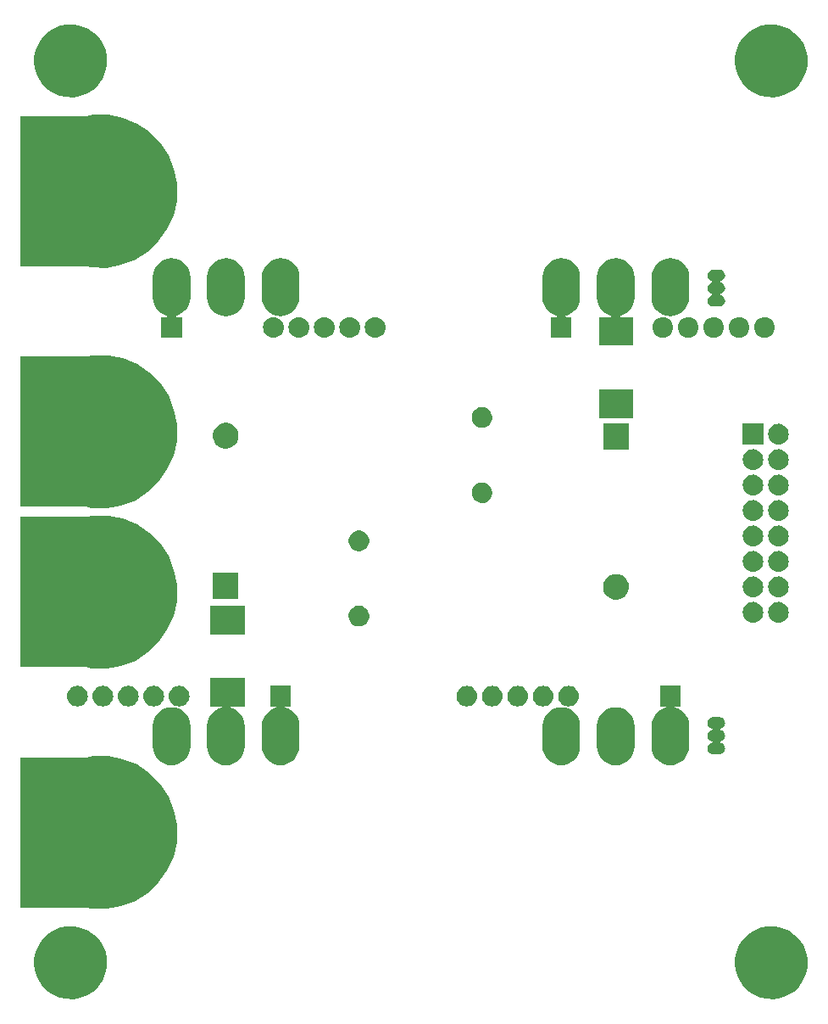
<source format=gbs>
G04 #@! TF.FileFunction,Soldermask,Bot*
%FSLAX46Y46*%
G04 Gerber Fmt 4.6, Leading zero omitted, Abs format (unit mm)*
G04 Created by KiCad (PCBNEW 4.0.1-stable) date 30.08.2016 22:59:35*
%MOMM*%
G01*
G04 APERTURE LIST*
%ADD10C,0.100000*%
G04 APERTURE END LIST*
D10*
G36*
X105381272Y-141372414D02*
X106078616Y-141515558D01*
X106734872Y-141791423D01*
X107325049Y-142189502D01*
X107826661Y-142694629D01*
X108220612Y-143287572D01*
X108491887Y-143945734D01*
X108630054Y-144643532D01*
X108630054Y-144643544D01*
X108630156Y-144644060D01*
X108618802Y-145457161D01*
X108618686Y-145457670D01*
X108618686Y-145457690D01*
X108461089Y-146151351D01*
X108171542Y-146801687D01*
X107761192Y-147383394D01*
X107245667Y-147874322D01*
X106644606Y-148255767D01*
X105980901Y-148513201D01*
X105279838Y-148636818D01*
X104568113Y-148621909D01*
X103872843Y-148469044D01*
X103220499Y-148184042D01*
X102635939Y-147777763D01*
X102141423Y-147265677D01*
X101755794Y-146667296D01*
X101493733Y-146005405D01*
X101365225Y-145305223D01*
X101375165Y-144593408D01*
X101523173Y-143897083D01*
X101803610Y-143242775D01*
X102205804Y-142655386D01*
X102714422Y-142157311D01*
X103310096Y-141767512D01*
X103970140Y-141500837D01*
X104669410Y-141367444D01*
X105381272Y-141372414D01*
X105381272Y-141372414D01*
G37*
G36*
X175381272Y-141372414D02*
X176078616Y-141515558D01*
X176734872Y-141791423D01*
X177325049Y-142189502D01*
X177826661Y-142694629D01*
X178220612Y-143287572D01*
X178491887Y-143945734D01*
X178630054Y-144643532D01*
X178630054Y-144643544D01*
X178630156Y-144644060D01*
X178618802Y-145457161D01*
X178618686Y-145457670D01*
X178618686Y-145457690D01*
X178461089Y-146151351D01*
X178171542Y-146801687D01*
X177761192Y-147383394D01*
X177245667Y-147874322D01*
X176644606Y-148255767D01*
X175980901Y-148513201D01*
X175279838Y-148636818D01*
X174568113Y-148621909D01*
X173872843Y-148469044D01*
X173220499Y-148184042D01*
X172635939Y-147777763D01*
X172141423Y-147265677D01*
X171755794Y-146667296D01*
X171493733Y-146005405D01*
X171365225Y-145305223D01*
X171375165Y-144593408D01*
X171523173Y-143897083D01*
X171803610Y-143242775D01*
X172205804Y-142655386D01*
X172714422Y-142157311D01*
X173310096Y-141767512D01*
X173970140Y-141500837D01*
X174669410Y-141367444D01*
X175381272Y-141372414D01*
X175381272Y-141372414D01*
G37*
G36*
X108801409Y-124375079D02*
X110267171Y-124675956D01*
X111646572Y-125255803D01*
X112887083Y-126092539D01*
X113941438Y-127154279D01*
X114769491Y-128400600D01*
X115339693Y-129784013D01*
X115630225Y-131251312D01*
X115630225Y-131251324D01*
X115630327Y-131251840D01*
X115606462Y-132960920D01*
X115606346Y-132961429D01*
X115606346Y-132961448D01*
X115274958Y-134420056D01*
X114666350Y-135787014D01*
X113803823Y-137009723D01*
X112720229Y-138041616D01*
X111456842Y-138843386D01*
X110061785Y-139384493D01*
X108588199Y-139644326D01*
X107092205Y-139612989D01*
X106586387Y-139501778D01*
X106570024Y-139500000D01*
X100000000Y-139500000D01*
X100000000Y-124500000D01*
X106588303Y-124500000D01*
X106602581Y-124498650D01*
X107305126Y-124364632D01*
X108801409Y-124375079D01*
X108801409Y-124375079D01*
G37*
G36*
X165930000Y-119430000D02*
X165434736Y-119430000D01*
X165413507Y-119433017D01*
X165393959Y-119441828D01*
X165377640Y-119455737D01*
X165365842Y-119473641D01*
X165359499Y-119494124D01*
X165359113Y-119515562D01*
X165364716Y-119536260D01*
X165375862Y-119554577D01*
X165391671Y-119569063D01*
X165412137Y-119578960D01*
X165648553Y-119652143D01*
X165971316Y-119826661D01*
X166254036Y-120060546D01*
X166485942Y-120344892D01*
X166658202Y-120668866D01*
X166764255Y-121020129D01*
X166800060Y-121385301D01*
X166800060Y-123414821D01*
X166799899Y-123437856D01*
X166799877Y-123440949D01*
X166758976Y-123805585D01*
X166648030Y-124155333D01*
X166471263Y-124476871D01*
X166235409Y-124757951D01*
X165949452Y-124987866D01*
X165624283Y-125157860D01*
X165272288Y-125261458D01*
X165272234Y-125261463D01*
X165272217Y-125261468D01*
X164906882Y-125294716D01*
X164542032Y-125256370D01*
X164542015Y-125256365D01*
X164541961Y-125256359D01*
X164191447Y-125147857D01*
X163868684Y-124973339D01*
X163585964Y-124739454D01*
X163354058Y-124455108D01*
X163181798Y-124131134D01*
X163075745Y-123779871D01*
X163039940Y-123414699D01*
X163039940Y-121385179D01*
X163040101Y-121362144D01*
X163040101Y-121362140D01*
X163040123Y-121359051D01*
X163081024Y-120994415D01*
X163191970Y-120644667D01*
X163368737Y-120323129D01*
X163604591Y-120042049D01*
X163890548Y-119812134D01*
X164215717Y-119642140D01*
X164429326Y-119579271D01*
X164448777Y-119570412D01*
X164465041Y-119556440D01*
X164476770Y-119538489D01*
X164483033Y-119517982D01*
X164483335Y-119496542D01*
X164477651Y-119475867D01*
X164466433Y-119457594D01*
X164450569Y-119443169D01*
X164431313Y-119433735D01*
X164407749Y-119430000D01*
X163870000Y-119430000D01*
X163870000Y-117370000D01*
X165930000Y-117370000D01*
X165930000Y-119430000D01*
X165930000Y-119430000D01*
G37*
G36*
X115457968Y-119543630D02*
X115457985Y-119543635D01*
X115458039Y-119543641D01*
X115808553Y-119652143D01*
X116131316Y-119826661D01*
X116414036Y-120060546D01*
X116645942Y-120344892D01*
X116818202Y-120668866D01*
X116924255Y-121020129D01*
X116960060Y-121385301D01*
X116960060Y-123414821D01*
X116959899Y-123437856D01*
X116959877Y-123440949D01*
X116918976Y-123805585D01*
X116808030Y-124155333D01*
X116631263Y-124476871D01*
X116395409Y-124757951D01*
X116109452Y-124987866D01*
X115784283Y-125157860D01*
X115432288Y-125261458D01*
X115432234Y-125261463D01*
X115432217Y-125261468D01*
X115066882Y-125294716D01*
X114702032Y-125256370D01*
X114702015Y-125256365D01*
X114701961Y-125256359D01*
X114351447Y-125147857D01*
X114028684Y-124973339D01*
X113745964Y-124739454D01*
X113514058Y-124455108D01*
X113341798Y-124131134D01*
X113235745Y-123779871D01*
X113199940Y-123414699D01*
X113199940Y-121385179D01*
X113200101Y-121362144D01*
X113200101Y-121362140D01*
X113200123Y-121359051D01*
X113241024Y-120994415D01*
X113351970Y-120644667D01*
X113528737Y-120323129D01*
X113764591Y-120042049D01*
X114050548Y-119812134D01*
X114375717Y-119642140D01*
X114727712Y-119538542D01*
X114727766Y-119538537D01*
X114727783Y-119538532D01*
X115093118Y-119505284D01*
X115457968Y-119543630D01*
X115457968Y-119543630D01*
G37*
G36*
X122430000Y-119430000D02*
X121044736Y-119430000D01*
X121023507Y-119433017D01*
X121003959Y-119441828D01*
X120987640Y-119455737D01*
X120975842Y-119473641D01*
X120969499Y-119494124D01*
X120969113Y-119515562D01*
X120974716Y-119536260D01*
X120985862Y-119554577D01*
X121001671Y-119569063D01*
X121022137Y-119578960D01*
X121258553Y-119652143D01*
X121581316Y-119826661D01*
X121864036Y-120060546D01*
X122095942Y-120344892D01*
X122268202Y-120668866D01*
X122374255Y-121020129D01*
X122410060Y-121385301D01*
X122410060Y-123414821D01*
X122409899Y-123437856D01*
X122409877Y-123440949D01*
X122368976Y-123805585D01*
X122258030Y-124155333D01*
X122081263Y-124476871D01*
X121845409Y-124757951D01*
X121559452Y-124987866D01*
X121234283Y-125157860D01*
X120882288Y-125261458D01*
X120882234Y-125261463D01*
X120882217Y-125261468D01*
X120516882Y-125294716D01*
X120152032Y-125256370D01*
X120152015Y-125256365D01*
X120151961Y-125256359D01*
X119801447Y-125147857D01*
X119478684Y-124973339D01*
X119195964Y-124739454D01*
X118964058Y-124455108D01*
X118791798Y-124131134D01*
X118685745Y-123779871D01*
X118649940Y-123414699D01*
X118649940Y-121385179D01*
X118650101Y-121362144D01*
X118650101Y-121362140D01*
X118650123Y-121359051D01*
X118691024Y-120994415D01*
X118801970Y-120644667D01*
X118978737Y-120323129D01*
X119214591Y-120042049D01*
X119500548Y-119812134D01*
X119825717Y-119642140D01*
X120039326Y-119579271D01*
X120058777Y-119570412D01*
X120075041Y-119556440D01*
X120086770Y-119538489D01*
X120093033Y-119517982D01*
X120093335Y-119496542D01*
X120087651Y-119475867D01*
X120076433Y-119457594D01*
X120060569Y-119443169D01*
X120041313Y-119433735D01*
X120017749Y-119430000D01*
X118970000Y-119430000D01*
X118970000Y-116570000D01*
X122430000Y-116570000D01*
X122430000Y-119430000D01*
X122430000Y-119430000D01*
G37*
G36*
X127030000Y-119430000D02*
X126494736Y-119430000D01*
X126473507Y-119433017D01*
X126453959Y-119441828D01*
X126437640Y-119455737D01*
X126425842Y-119473641D01*
X126419499Y-119494124D01*
X126419113Y-119515562D01*
X126424716Y-119536260D01*
X126435862Y-119554577D01*
X126451671Y-119569063D01*
X126472137Y-119578960D01*
X126708553Y-119652143D01*
X127031316Y-119826661D01*
X127314036Y-120060546D01*
X127545942Y-120344892D01*
X127718202Y-120668866D01*
X127824255Y-121020129D01*
X127860060Y-121385301D01*
X127860060Y-123414821D01*
X127859899Y-123437856D01*
X127859877Y-123440949D01*
X127818976Y-123805585D01*
X127708030Y-124155333D01*
X127531263Y-124476871D01*
X127295409Y-124757951D01*
X127009452Y-124987866D01*
X126684283Y-125157860D01*
X126332288Y-125261458D01*
X126332234Y-125261463D01*
X126332217Y-125261468D01*
X125966882Y-125294716D01*
X125602032Y-125256370D01*
X125602015Y-125256365D01*
X125601961Y-125256359D01*
X125251447Y-125147857D01*
X124928684Y-124973339D01*
X124645964Y-124739454D01*
X124414058Y-124455108D01*
X124241798Y-124131134D01*
X124135745Y-123779871D01*
X124099940Y-123414699D01*
X124099940Y-121385179D01*
X124100101Y-121362144D01*
X124100101Y-121362140D01*
X124100123Y-121359051D01*
X124141024Y-120994415D01*
X124251970Y-120644667D01*
X124428737Y-120323129D01*
X124664591Y-120042049D01*
X124950548Y-119812134D01*
X125275717Y-119642140D01*
X125489326Y-119579271D01*
X125508777Y-119570412D01*
X125525041Y-119556440D01*
X125536770Y-119538489D01*
X125543033Y-119517982D01*
X125543335Y-119496542D01*
X125537651Y-119475867D01*
X125526433Y-119457594D01*
X125510569Y-119443169D01*
X125491313Y-119433735D01*
X125467749Y-119430000D01*
X124970000Y-119430000D01*
X124970000Y-117370000D01*
X127030000Y-117370000D01*
X127030000Y-119430000D01*
X127030000Y-119430000D01*
G37*
G36*
X154397968Y-119543630D02*
X154397985Y-119543635D01*
X154398039Y-119543641D01*
X154748553Y-119652143D01*
X155071316Y-119826661D01*
X155354036Y-120060546D01*
X155585942Y-120344892D01*
X155758202Y-120668866D01*
X155864255Y-121020129D01*
X155900060Y-121385301D01*
X155900060Y-123414821D01*
X155899899Y-123437856D01*
X155899877Y-123440949D01*
X155858976Y-123805585D01*
X155748030Y-124155333D01*
X155571263Y-124476871D01*
X155335409Y-124757951D01*
X155049452Y-124987866D01*
X154724283Y-125157860D01*
X154372288Y-125261458D01*
X154372234Y-125261463D01*
X154372217Y-125261468D01*
X154006882Y-125294716D01*
X153642032Y-125256370D01*
X153642015Y-125256365D01*
X153641961Y-125256359D01*
X153291447Y-125147857D01*
X152968684Y-124973339D01*
X152685964Y-124739454D01*
X152454058Y-124455108D01*
X152281798Y-124131134D01*
X152175745Y-123779871D01*
X152139940Y-123414699D01*
X152139940Y-121385179D01*
X152140101Y-121362144D01*
X152140101Y-121362140D01*
X152140123Y-121359051D01*
X152181024Y-120994415D01*
X152291970Y-120644667D01*
X152468737Y-120323129D01*
X152704591Y-120042049D01*
X152990548Y-119812134D01*
X153315717Y-119642140D01*
X153667712Y-119538542D01*
X153667766Y-119538537D01*
X153667783Y-119538532D01*
X154033118Y-119505284D01*
X154397968Y-119543630D01*
X154397968Y-119543630D01*
G37*
G36*
X159847968Y-119543630D02*
X159847985Y-119543635D01*
X159848039Y-119543641D01*
X160198553Y-119652143D01*
X160521316Y-119826661D01*
X160804036Y-120060546D01*
X161035942Y-120344892D01*
X161208202Y-120668866D01*
X161314255Y-121020129D01*
X161350060Y-121385301D01*
X161350060Y-123414821D01*
X161349899Y-123437856D01*
X161349877Y-123440949D01*
X161308976Y-123805585D01*
X161198030Y-124155333D01*
X161021263Y-124476871D01*
X160785409Y-124757951D01*
X160499452Y-124987866D01*
X160174283Y-125157860D01*
X159822288Y-125261458D01*
X159822234Y-125261463D01*
X159822217Y-125261468D01*
X159456882Y-125294716D01*
X159092032Y-125256370D01*
X159092015Y-125256365D01*
X159091961Y-125256359D01*
X158741447Y-125147857D01*
X158418684Y-124973339D01*
X158135964Y-124739454D01*
X157904058Y-124455108D01*
X157731798Y-124131134D01*
X157625745Y-123779871D01*
X157589940Y-123414699D01*
X157589940Y-121385179D01*
X157590101Y-121362144D01*
X157590101Y-121362140D01*
X157590123Y-121359051D01*
X157631024Y-120994415D01*
X157741970Y-120644667D01*
X157918737Y-120323129D01*
X158154591Y-120042049D01*
X158440548Y-119812134D01*
X158765717Y-119642140D01*
X159117712Y-119538542D01*
X159117766Y-119538537D01*
X159117783Y-119538532D01*
X159483118Y-119505284D01*
X159847968Y-119543630D01*
X159847968Y-119543630D01*
G37*
G36*
X169810249Y-120480454D02*
X169810255Y-120480455D01*
X169813343Y-120480476D01*
X169925752Y-120493085D01*
X170033572Y-120527288D01*
X170132695Y-120581781D01*
X170219345Y-120654489D01*
X170290223Y-120742643D01*
X170342628Y-120842886D01*
X170374565Y-120951398D01*
X170374570Y-120951457D01*
X170374574Y-120951469D01*
X170384819Y-121064039D01*
X170373003Y-121176470D01*
X170372999Y-121176482D01*
X170372993Y-121176541D01*
X170339544Y-121284596D01*
X170285745Y-121384097D01*
X170213643Y-121471253D01*
X170125986Y-121542744D01*
X170026112Y-121595848D01*
X169937714Y-121622537D01*
X169919923Y-121630791D01*
X169903756Y-121644876D01*
X169892154Y-121662908D01*
X169886034Y-121683458D01*
X169885882Y-121704900D01*
X169891709Y-121725535D01*
X169903054Y-121743730D01*
X169919019Y-121758043D01*
X169936744Y-121766572D01*
X170033572Y-121797288D01*
X170132695Y-121851781D01*
X170219345Y-121924489D01*
X170290223Y-122012643D01*
X170342628Y-122112886D01*
X170374565Y-122221398D01*
X170374570Y-122221457D01*
X170374574Y-122221469D01*
X170384819Y-122334039D01*
X170373003Y-122446470D01*
X170372999Y-122446482D01*
X170372993Y-122446541D01*
X170339544Y-122554596D01*
X170285745Y-122654097D01*
X170213643Y-122741253D01*
X170125986Y-122812744D01*
X170026112Y-122865848D01*
X169937714Y-122892537D01*
X169919923Y-122900791D01*
X169903756Y-122914876D01*
X169892154Y-122932908D01*
X169886034Y-122953458D01*
X169885882Y-122974900D01*
X169891709Y-122995535D01*
X169903054Y-123013730D01*
X169919019Y-123028043D01*
X169936744Y-123036572D01*
X170033572Y-123067288D01*
X170132695Y-123121781D01*
X170219345Y-123194489D01*
X170290223Y-123282643D01*
X170342628Y-123382886D01*
X170374565Y-123491398D01*
X170374570Y-123491457D01*
X170374574Y-123491469D01*
X170384819Y-123604039D01*
X170373003Y-123716470D01*
X170372999Y-123716482D01*
X170372993Y-123716541D01*
X170339544Y-123824596D01*
X170285745Y-123924097D01*
X170213643Y-124011253D01*
X170125986Y-124082744D01*
X170026112Y-124135848D01*
X169917825Y-124168542D01*
X169805251Y-124179580D01*
X169194628Y-124179580D01*
X169189751Y-124179546D01*
X169189745Y-124179545D01*
X169186657Y-124179524D01*
X169074248Y-124166915D01*
X168966428Y-124132712D01*
X168867305Y-124078219D01*
X168780655Y-124005511D01*
X168709777Y-123917357D01*
X168657372Y-123817114D01*
X168625435Y-123708602D01*
X168625430Y-123708543D01*
X168625426Y-123708531D01*
X168615181Y-123595961D01*
X168626997Y-123483530D01*
X168627001Y-123483518D01*
X168627007Y-123483459D01*
X168660456Y-123375404D01*
X168714255Y-123275903D01*
X168786357Y-123188747D01*
X168874014Y-123117256D01*
X168973888Y-123064152D01*
X169062286Y-123037463D01*
X169080077Y-123029209D01*
X169096244Y-123015124D01*
X169107846Y-122997092D01*
X169113966Y-122976542D01*
X169114118Y-122955100D01*
X169108291Y-122934465D01*
X169096946Y-122916270D01*
X169080981Y-122901957D01*
X169063256Y-122893428D01*
X168966428Y-122862712D01*
X168867305Y-122808219D01*
X168780655Y-122735511D01*
X168709777Y-122647357D01*
X168657372Y-122547114D01*
X168625435Y-122438602D01*
X168625430Y-122438543D01*
X168625426Y-122438531D01*
X168615181Y-122325961D01*
X168626997Y-122213530D01*
X168627001Y-122213518D01*
X168627007Y-122213459D01*
X168660456Y-122105404D01*
X168714255Y-122005903D01*
X168786357Y-121918747D01*
X168874014Y-121847256D01*
X168973888Y-121794152D01*
X169062286Y-121767463D01*
X169080077Y-121759209D01*
X169096244Y-121745124D01*
X169107846Y-121727092D01*
X169113966Y-121706542D01*
X169114118Y-121685100D01*
X169108291Y-121664465D01*
X169096946Y-121646270D01*
X169080981Y-121631957D01*
X169063256Y-121623428D01*
X168966428Y-121592712D01*
X168867305Y-121538219D01*
X168780655Y-121465511D01*
X168709777Y-121377357D01*
X168657372Y-121277114D01*
X168625435Y-121168602D01*
X168625430Y-121168543D01*
X168625426Y-121168531D01*
X168615181Y-121055961D01*
X168626997Y-120943530D01*
X168627001Y-120943518D01*
X168627007Y-120943459D01*
X168660456Y-120835404D01*
X168714255Y-120735903D01*
X168786357Y-120648747D01*
X168874014Y-120577256D01*
X168973888Y-120524152D01*
X169082175Y-120491458D01*
X169194749Y-120480420D01*
X169805372Y-120480420D01*
X169810249Y-120480454D01*
X169810249Y-120480454D01*
G37*
G36*
X105696271Y-117370078D02*
X105696276Y-117370079D01*
X105699365Y-117370100D01*
X105899133Y-117392508D01*
X106090744Y-117453291D01*
X106266900Y-117550133D01*
X106420891Y-117679347D01*
X106546851Y-117836010D01*
X106639983Y-118014155D01*
X106696740Y-118206997D01*
X106696745Y-118207057D01*
X106696749Y-118207069D01*
X106714961Y-118407184D01*
X106693956Y-118607039D01*
X106693954Y-118607047D01*
X106693947Y-118607110D01*
X106634503Y-118799141D01*
X106538893Y-118975969D01*
X106410757Y-119130858D01*
X106254977Y-119257909D01*
X106077486Y-119352282D01*
X105885045Y-119410384D01*
X105684984Y-119430000D01*
X105674895Y-119430000D01*
X105663729Y-119429922D01*
X105663724Y-119429921D01*
X105660635Y-119429900D01*
X105460867Y-119407492D01*
X105269256Y-119346709D01*
X105093100Y-119249867D01*
X104939109Y-119120653D01*
X104813149Y-118963990D01*
X104720017Y-118785845D01*
X104663260Y-118593003D01*
X104663255Y-118592943D01*
X104663251Y-118592931D01*
X104645039Y-118392816D01*
X104666044Y-118192961D01*
X104666046Y-118192953D01*
X104666053Y-118192890D01*
X104725497Y-118000859D01*
X104821107Y-117824031D01*
X104949243Y-117669142D01*
X105105023Y-117542091D01*
X105282514Y-117447718D01*
X105474955Y-117389616D01*
X105675016Y-117370000D01*
X105685105Y-117370000D01*
X105696271Y-117370078D01*
X105696271Y-117370078D01*
G37*
G36*
X115856271Y-117370078D02*
X115856276Y-117370079D01*
X115859365Y-117370100D01*
X116059133Y-117392508D01*
X116250744Y-117453291D01*
X116426900Y-117550133D01*
X116580891Y-117679347D01*
X116706851Y-117836010D01*
X116799983Y-118014155D01*
X116856740Y-118206997D01*
X116856745Y-118207057D01*
X116856749Y-118207069D01*
X116874961Y-118407184D01*
X116853956Y-118607039D01*
X116853954Y-118607047D01*
X116853947Y-118607110D01*
X116794503Y-118799141D01*
X116698893Y-118975969D01*
X116570757Y-119130858D01*
X116414977Y-119257909D01*
X116237486Y-119352282D01*
X116045045Y-119410384D01*
X115844984Y-119430000D01*
X115834895Y-119430000D01*
X115823729Y-119429922D01*
X115823724Y-119429921D01*
X115820635Y-119429900D01*
X115620867Y-119407492D01*
X115429256Y-119346709D01*
X115253100Y-119249867D01*
X115099109Y-119120653D01*
X114973149Y-118963990D01*
X114880017Y-118785845D01*
X114823260Y-118593003D01*
X114823255Y-118592943D01*
X114823251Y-118592931D01*
X114805039Y-118392816D01*
X114826044Y-118192961D01*
X114826046Y-118192953D01*
X114826053Y-118192890D01*
X114885497Y-118000859D01*
X114981107Y-117824031D01*
X115109243Y-117669142D01*
X115265023Y-117542091D01*
X115442514Y-117447718D01*
X115634955Y-117389616D01*
X115835016Y-117370000D01*
X115845105Y-117370000D01*
X115856271Y-117370078D01*
X115856271Y-117370078D01*
G37*
G36*
X113316271Y-117370078D02*
X113316276Y-117370079D01*
X113319365Y-117370100D01*
X113519133Y-117392508D01*
X113710744Y-117453291D01*
X113886900Y-117550133D01*
X114040891Y-117679347D01*
X114166851Y-117836010D01*
X114259983Y-118014155D01*
X114316740Y-118206997D01*
X114316745Y-118207057D01*
X114316749Y-118207069D01*
X114334961Y-118407184D01*
X114313956Y-118607039D01*
X114313954Y-118607047D01*
X114313947Y-118607110D01*
X114254503Y-118799141D01*
X114158893Y-118975969D01*
X114030757Y-119130858D01*
X113874977Y-119257909D01*
X113697486Y-119352282D01*
X113505045Y-119410384D01*
X113304984Y-119430000D01*
X113294895Y-119430000D01*
X113283729Y-119429922D01*
X113283724Y-119429921D01*
X113280635Y-119429900D01*
X113080867Y-119407492D01*
X112889256Y-119346709D01*
X112713100Y-119249867D01*
X112559109Y-119120653D01*
X112433149Y-118963990D01*
X112340017Y-118785845D01*
X112283260Y-118593003D01*
X112283255Y-118592943D01*
X112283251Y-118592931D01*
X112265039Y-118392816D01*
X112286044Y-118192961D01*
X112286046Y-118192953D01*
X112286053Y-118192890D01*
X112345497Y-118000859D01*
X112441107Y-117824031D01*
X112569243Y-117669142D01*
X112725023Y-117542091D01*
X112902514Y-117447718D01*
X113094955Y-117389616D01*
X113295016Y-117370000D01*
X113305105Y-117370000D01*
X113316271Y-117370078D01*
X113316271Y-117370078D01*
G37*
G36*
X110776271Y-117370078D02*
X110776276Y-117370079D01*
X110779365Y-117370100D01*
X110979133Y-117392508D01*
X111170744Y-117453291D01*
X111346900Y-117550133D01*
X111500891Y-117679347D01*
X111626851Y-117836010D01*
X111719983Y-118014155D01*
X111776740Y-118206997D01*
X111776745Y-118207057D01*
X111776749Y-118207069D01*
X111794961Y-118407184D01*
X111773956Y-118607039D01*
X111773954Y-118607047D01*
X111773947Y-118607110D01*
X111714503Y-118799141D01*
X111618893Y-118975969D01*
X111490757Y-119130858D01*
X111334977Y-119257909D01*
X111157486Y-119352282D01*
X110965045Y-119410384D01*
X110764984Y-119430000D01*
X110754895Y-119430000D01*
X110743729Y-119429922D01*
X110743724Y-119429921D01*
X110740635Y-119429900D01*
X110540867Y-119407492D01*
X110349256Y-119346709D01*
X110173100Y-119249867D01*
X110019109Y-119120653D01*
X109893149Y-118963990D01*
X109800017Y-118785845D01*
X109743260Y-118593003D01*
X109743255Y-118592943D01*
X109743251Y-118592931D01*
X109725039Y-118392816D01*
X109746044Y-118192961D01*
X109746046Y-118192953D01*
X109746053Y-118192890D01*
X109805497Y-118000859D01*
X109901107Y-117824031D01*
X110029243Y-117669142D01*
X110185023Y-117542091D01*
X110362514Y-117447718D01*
X110554955Y-117389616D01*
X110755016Y-117370000D01*
X110765105Y-117370000D01*
X110776271Y-117370078D01*
X110776271Y-117370078D01*
G37*
G36*
X108236271Y-117370078D02*
X108236276Y-117370079D01*
X108239365Y-117370100D01*
X108439133Y-117392508D01*
X108630744Y-117453291D01*
X108806900Y-117550133D01*
X108960891Y-117679347D01*
X109086851Y-117836010D01*
X109179983Y-118014155D01*
X109236740Y-118206997D01*
X109236745Y-118207057D01*
X109236749Y-118207069D01*
X109254961Y-118407184D01*
X109233956Y-118607039D01*
X109233954Y-118607047D01*
X109233947Y-118607110D01*
X109174503Y-118799141D01*
X109078893Y-118975969D01*
X108950757Y-119130858D01*
X108794977Y-119257909D01*
X108617486Y-119352282D01*
X108425045Y-119410384D01*
X108224984Y-119430000D01*
X108214895Y-119430000D01*
X108203729Y-119429922D01*
X108203724Y-119429921D01*
X108200635Y-119429900D01*
X108000867Y-119407492D01*
X107809256Y-119346709D01*
X107633100Y-119249867D01*
X107479109Y-119120653D01*
X107353149Y-118963990D01*
X107260017Y-118785845D01*
X107203260Y-118593003D01*
X107203255Y-118592943D01*
X107203251Y-118592931D01*
X107185039Y-118392816D01*
X107206044Y-118192961D01*
X107206046Y-118192953D01*
X107206053Y-118192890D01*
X107265497Y-118000859D01*
X107361107Y-117824031D01*
X107489243Y-117669142D01*
X107645023Y-117542091D01*
X107822514Y-117447718D01*
X108014955Y-117389616D01*
X108215016Y-117370000D01*
X108225105Y-117370000D01*
X108236271Y-117370078D01*
X108236271Y-117370078D01*
G37*
G36*
X147136271Y-117370078D02*
X147136276Y-117370079D01*
X147139365Y-117370100D01*
X147339133Y-117392508D01*
X147530744Y-117453291D01*
X147706900Y-117550133D01*
X147860891Y-117679347D01*
X147986851Y-117836010D01*
X148079983Y-118014155D01*
X148136740Y-118206997D01*
X148136745Y-118207057D01*
X148136749Y-118207069D01*
X148154961Y-118407184D01*
X148133956Y-118607039D01*
X148133954Y-118607047D01*
X148133947Y-118607110D01*
X148074503Y-118799141D01*
X147978893Y-118975969D01*
X147850757Y-119130858D01*
X147694977Y-119257909D01*
X147517486Y-119352282D01*
X147325045Y-119410384D01*
X147124984Y-119430000D01*
X147114895Y-119430000D01*
X147103729Y-119429922D01*
X147103724Y-119429921D01*
X147100635Y-119429900D01*
X146900867Y-119407492D01*
X146709256Y-119346709D01*
X146533100Y-119249867D01*
X146379109Y-119120653D01*
X146253149Y-118963990D01*
X146160017Y-118785845D01*
X146103260Y-118593003D01*
X146103255Y-118592943D01*
X146103251Y-118592931D01*
X146085039Y-118392816D01*
X146106044Y-118192961D01*
X146106046Y-118192953D01*
X146106053Y-118192890D01*
X146165497Y-118000859D01*
X146261107Y-117824031D01*
X146389243Y-117669142D01*
X146545023Y-117542091D01*
X146722514Y-117447718D01*
X146914955Y-117389616D01*
X147115016Y-117370000D01*
X147125105Y-117370000D01*
X147136271Y-117370078D01*
X147136271Y-117370078D01*
G37*
G36*
X149676271Y-117370078D02*
X149676276Y-117370079D01*
X149679365Y-117370100D01*
X149879133Y-117392508D01*
X150070744Y-117453291D01*
X150246900Y-117550133D01*
X150400891Y-117679347D01*
X150526851Y-117836010D01*
X150619983Y-118014155D01*
X150676740Y-118206997D01*
X150676745Y-118207057D01*
X150676749Y-118207069D01*
X150694961Y-118407184D01*
X150673956Y-118607039D01*
X150673954Y-118607047D01*
X150673947Y-118607110D01*
X150614503Y-118799141D01*
X150518893Y-118975969D01*
X150390757Y-119130858D01*
X150234977Y-119257909D01*
X150057486Y-119352282D01*
X149865045Y-119410384D01*
X149664984Y-119430000D01*
X149654895Y-119430000D01*
X149643729Y-119429922D01*
X149643724Y-119429921D01*
X149640635Y-119429900D01*
X149440867Y-119407492D01*
X149249256Y-119346709D01*
X149073100Y-119249867D01*
X148919109Y-119120653D01*
X148793149Y-118963990D01*
X148700017Y-118785845D01*
X148643260Y-118593003D01*
X148643255Y-118592943D01*
X148643251Y-118592931D01*
X148625039Y-118392816D01*
X148646044Y-118192961D01*
X148646046Y-118192953D01*
X148646053Y-118192890D01*
X148705497Y-118000859D01*
X148801107Y-117824031D01*
X148929243Y-117669142D01*
X149085023Y-117542091D01*
X149262514Y-117447718D01*
X149454955Y-117389616D01*
X149655016Y-117370000D01*
X149665105Y-117370000D01*
X149676271Y-117370078D01*
X149676271Y-117370078D01*
G37*
G36*
X152216271Y-117370078D02*
X152216276Y-117370079D01*
X152219365Y-117370100D01*
X152419133Y-117392508D01*
X152610744Y-117453291D01*
X152786900Y-117550133D01*
X152940891Y-117679347D01*
X153066851Y-117836010D01*
X153159983Y-118014155D01*
X153216740Y-118206997D01*
X153216745Y-118207057D01*
X153216749Y-118207069D01*
X153234961Y-118407184D01*
X153213956Y-118607039D01*
X153213954Y-118607047D01*
X153213947Y-118607110D01*
X153154503Y-118799141D01*
X153058893Y-118975969D01*
X152930757Y-119130858D01*
X152774977Y-119257909D01*
X152597486Y-119352282D01*
X152405045Y-119410384D01*
X152204984Y-119430000D01*
X152194895Y-119430000D01*
X152183729Y-119429922D01*
X152183724Y-119429921D01*
X152180635Y-119429900D01*
X151980867Y-119407492D01*
X151789256Y-119346709D01*
X151613100Y-119249867D01*
X151459109Y-119120653D01*
X151333149Y-118963990D01*
X151240017Y-118785845D01*
X151183260Y-118593003D01*
X151183255Y-118592943D01*
X151183251Y-118592931D01*
X151165039Y-118392816D01*
X151186044Y-118192961D01*
X151186046Y-118192953D01*
X151186053Y-118192890D01*
X151245497Y-118000859D01*
X151341107Y-117824031D01*
X151469243Y-117669142D01*
X151625023Y-117542091D01*
X151802514Y-117447718D01*
X151994955Y-117389616D01*
X152195016Y-117370000D01*
X152205105Y-117370000D01*
X152216271Y-117370078D01*
X152216271Y-117370078D01*
G37*
G36*
X154756271Y-117370078D02*
X154756276Y-117370079D01*
X154759365Y-117370100D01*
X154959133Y-117392508D01*
X155150744Y-117453291D01*
X155326900Y-117550133D01*
X155480891Y-117679347D01*
X155606851Y-117836010D01*
X155699983Y-118014155D01*
X155756740Y-118206997D01*
X155756745Y-118207057D01*
X155756749Y-118207069D01*
X155774961Y-118407184D01*
X155753956Y-118607039D01*
X155753954Y-118607047D01*
X155753947Y-118607110D01*
X155694503Y-118799141D01*
X155598893Y-118975969D01*
X155470757Y-119130858D01*
X155314977Y-119257909D01*
X155137486Y-119352282D01*
X154945045Y-119410384D01*
X154744984Y-119430000D01*
X154734895Y-119430000D01*
X154723729Y-119429922D01*
X154723724Y-119429921D01*
X154720635Y-119429900D01*
X154520867Y-119407492D01*
X154329256Y-119346709D01*
X154153100Y-119249867D01*
X153999109Y-119120653D01*
X153873149Y-118963990D01*
X153780017Y-118785845D01*
X153723260Y-118593003D01*
X153723255Y-118592943D01*
X153723251Y-118592931D01*
X153705039Y-118392816D01*
X153726044Y-118192961D01*
X153726046Y-118192953D01*
X153726053Y-118192890D01*
X153785497Y-118000859D01*
X153881107Y-117824031D01*
X154009243Y-117669142D01*
X154165023Y-117542091D01*
X154342514Y-117447718D01*
X154534955Y-117389616D01*
X154735016Y-117370000D01*
X154745105Y-117370000D01*
X154756271Y-117370078D01*
X154756271Y-117370078D01*
G37*
G36*
X144596271Y-117370078D02*
X144596276Y-117370079D01*
X144599365Y-117370100D01*
X144799133Y-117392508D01*
X144990744Y-117453291D01*
X145166900Y-117550133D01*
X145320891Y-117679347D01*
X145446851Y-117836010D01*
X145539983Y-118014155D01*
X145596740Y-118206997D01*
X145596745Y-118207057D01*
X145596749Y-118207069D01*
X145614961Y-118407184D01*
X145593956Y-118607039D01*
X145593954Y-118607047D01*
X145593947Y-118607110D01*
X145534503Y-118799141D01*
X145438893Y-118975969D01*
X145310757Y-119130858D01*
X145154977Y-119257909D01*
X144977486Y-119352282D01*
X144785045Y-119410384D01*
X144584984Y-119430000D01*
X144574895Y-119430000D01*
X144563729Y-119429922D01*
X144563724Y-119429921D01*
X144560635Y-119429900D01*
X144360867Y-119407492D01*
X144169256Y-119346709D01*
X143993100Y-119249867D01*
X143839109Y-119120653D01*
X143713149Y-118963990D01*
X143620017Y-118785845D01*
X143563260Y-118593003D01*
X143563255Y-118592943D01*
X143563251Y-118592931D01*
X143545039Y-118392816D01*
X143566044Y-118192961D01*
X143566046Y-118192953D01*
X143566053Y-118192890D01*
X143625497Y-118000859D01*
X143721107Y-117824031D01*
X143849243Y-117669142D01*
X144005023Y-117542091D01*
X144182514Y-117447718D01*
X144374955Y-117389616D01*
X144575016Y-117370000D01*
X144585105Y-117370000D01*
X144596271Y-117370078D01*
X144596271Y-117370078D01*
G37*
G36*
X108801409Y-100375079D02*
X110267171Y-100675956D01*
X111646572Y-101255803D01*
X112887083Y-102092539D01*
X113941438Y-103154279D01*
X114769491Y-104400600D01*
X115339693Y-105784013D01*
X115630225Y-107251312D01*
X115630225Y-107251324D01*
X115630327Y-107251840D01*
X115606462Y-108960920D01*
X115606346Y-108961429D01*
X115606346Y-108961448D01*
X115274958Y-110420056D01*
X114666350Y-111787014D01*
X113803823Y-113009723D01*
X112720229Y-114041616D01*
X111456842Y-114843386D01*
X110061785Y-115384493D01*
X108588199Y-115644326D01*
X107092205Y-115612989D01*
X106586387Y-115501778D01*
X106570024Y-115500000D01*
X100000000Y-115500000D01*
X100000000Y-100500000D01*
X106588303Y-100500000D01*
X106602581Y-100498650D01*
X107305126Y-100364632D01*
X108801409Y-100375079D01*
X108801409Y-100375079D01*
G37*
G36*
X122430000Y-112230000D02*
X118970000Y-112230000D01*
X118970000Y-109370000D01*
X122430000Y-109370000D01*
X122430000Y-112230000D01*
X122430000Y-112230000D01*
G37*
G36*
X133908183Y-109370683D02*
X134106055Y-109411300D01*
X134292265Y-109489576D01*
X134459727Y-109602530D01*
X134602056Y-109745857D01*
X134713840Y-109914105D01*
X134790812Y-110100853D01*
X134829942Y-110298476D01*
X134829942Y-110298487D01*
X134830044Y-110299003D01*
X134826823Y-110529718D01*
X134826706Y-110530232D01*
X134826706Y-110530246D01*
X134782074Y-110726692D01*
X134699916Y-110911224D01*
X134583481Y-111076280D01*
X134437202Y-111215580D01*
X134266652Y-111323815D01*
X134078326Y-111396861D01*
X133879403Y-111431937D01*
X133677453Y-111427706D01*
X133480175Y-111384332D01*
X133295072Y-111303462D01*
X133129205Y-111188182D01*
X132988886Y-111042878D01*
X132879466Y-110873091D01*
X132805107Y-110685280D01*
X132768643Y-110486608D01*
X132771464Y-110284629D01*
X132813461Y-110087051D01*
X132893035Y-109901391D01*
X133007155Y-109734723D01*
X133151472Y-109593397D01*
X133320497Y-109482790D01*
X133507779Y-109407123D01*
X133706196Y-109369273D01*
X133908183Y-109370683D01*
X133908183Y-109370683D01*
G37*
G36*
X173387039Y-109016044D02*
X173387047Y-109016046D01*
X173387110Y-109016053D01*
X173579141Y-109075497D01*
X173755969Y-109171107D01*
X173910858Y-109299243D01*
X174037909Y-109455023D01*
X174132282Y-109632514D01*
X174190384Y-109824955D01*
X174210000Y-110025016D01*
X174210000Y-110035105D01*
X174209922Y-110046271D01*
X174209900Y-110049365D01*
X174187492Y-110249133D01*
X174126709Y-110440744D01*
X174029867Y-110616900D01*
X173900653Y-110770891D01*
X173743990Y-110896851D01*
X173565845Y-110989983D01*
X173373003Y-111046740D01*
X173372943Y-111046745D01*
X173372931Y-111046749D01*
X173172816Y-111064961D01*
X172972961Y-111043956D01*
X172972953Y-111043954D01*
X172972890Y-111043947D01*
X172780859Y-110984503D01*
X172604031Y-110888893D01*
X172449142Y-110760757D01*
X172322091Y-110604977D01*
X172227718Y-110427486D01*
X172169616Y-110235045D01*
X172150000Y-110034984D01*
X172150000Y-110024895D01*
X172150078Y-110013729D01*
X172150079Y-110013724D01*
X172150100Y-110010635D01*
X172172508Y-109810867D01*
X172233291Y-109619256D01*
X172330133Y-109443100D01*
X172459347Y-109289109D01*
X172616010Y-109163149D01*
X172794155Y-109070017D01*
X172986997Y-109013260D01*
X172987057Y-109013255D01*
X172987069Y-109013251D01*
X173187184Y-108995039D01*
X173387039Y-109016044D01*
X173387039Y-109016044D01*
G37*
G36*
X175927039Y-109016044D02*
X175927047Y-109016046D01*
X175927110Y-109016053D01*
X176119141Y-109075497D01*
X176295969Y-109171107D01*
X176450858Y-109299243D01*
X176577909Y-109455023D01*
X176672282Y-109632514D01*
X176730384Y-109824955D01*
X176750000Y-110025016D01*
X176750000Y-110035105D01*
X176749922Y-110046271D01*
X176749900Y-110049365D01*
X176727492Y-110249133D01*
X176666709Y-110440744D01*
X176569867Y-110616900D01*
X176440653Y-110770891D01*
X176283990Y-110896851D01*
X176105845Y-110989983D01*
X175913003Y-111046740D01*
X175912943Y-111046745D01*
X175912931Y-111046749D01*
X175712816Y-111064961D01*
X175512961Y-111043956D01*
X175512953Y-111043954D01*
X175512890Y-111043947D01*
X175320859Y-110984503D01*
X175144031Y-110888893D01*
X174989142Y-110760757D01*
X174862091Y-110604977D01*
X174767718Y-110427486D01*
X174709616Y-110235045D01*
X174690000Y-110034984D01*
X174690000Y-110024895D01*
X174690078Y-110013729D01*
X174690079Y-110013724D01*
X174690100Y-110010635D01*
X174712508Y-109810867D01*
X174773291Y-109619256D01*
X174870133Y-109443100D01*
X174999347Y-109289109D01*
X175156010Y-109163149D01*
X175334155Y-109070017D01*
X175526997Y-109013260D01*
X175527057Y-109013255D01*
X175527069Y-109013251D01*
X175727184Y-108995039D01*
X175927039Y-109016044D01*
X175927039Y-109016044D01*
G37*
G36*
X159634441Y-106220849D02*
X159880340Y-106271325D01*
X160111745Y-106368598D01*
X160319856Y-106508972D01*
X160496730Y-106687084D01*
X160635645Y-106896169D01*
X160731301Y-107128246D01*
X160779953Y-107373961D01*
X160779953Y-107373974D01*
X160780055Y-107374490D01*
X160776051Y-107661203D01*
X160775935Y-107661712D01*
X160775935Y-107661731D01*
X160720441Y-107905987D01*
X160618342Y-108135307D01*
X160473646Y-108340426D01*
X160291862Y-108513536D01*
X160079917Y-108648041D01*
X159845882Y-108738817D01*
X159598676Y-108782407D01*
X159347709Y-108777149D01*
X159102546Y-108723247D01*
X158872514Y-108622748D01*
X158666389Y-108479487D01*
X158492016Y-108298920D01*
X158356036Y-108087919D01*
X158263628Y-107854523D01*
X158218314Y-107607629D01*
X158221820Y-107356627D01*
X158274010Y-107111091D01*
X158372897Y-106880371D01*
X158514717Y-106673248D01*
X158694066Y-106497617D01*
X158904110Y-106360167D01*
X159136853Y-106266133D01*
X159383427Y-106219097D01*
X159634441Y-106220849D01*
X159634441Y-106220849D01*
G37*
G36*
X121780000Y-108680000D02*
X119220000Y-108680000D01*
X119220000Y-106120000D01*
X121780000Y-106120000D01*
X121780000Y-108680000D01*
X121780000Y-108680000D01*
G37*
G36*
X175927039Y-106476044D02*
X175927047Y-106476046D01*
X175927110Y-106476053D01*
X176119141Y-106535497D01*
X176295969Y-106631107D01*
X176450858Y-106759243D01*
X176577909Y-106915023D01*
X176672282Y-107092514D01*
X176730384Y-107284955D01*
X176750000Y-107485016D01*
X176750000Y-107495105D01*
X176749922Y-107506271D01*
X176749900Y-107509365D01*
X176727492Y-107709133D01*
X176666709Y-107900744D01*
X176569867Y-108076900D01*
X176440653Y-108230891D01*
X176283990Y-108356851D01*
X176105845Y-108449983D01*
X175913003Y-108506740D01*
X175912943Y-108506745D01*
X175912931Y-108506749D01*
X175712816Y-108524961D01*
X175512961Y-108503956D01*
X175512953Y-108503954D01*
X175512890Y-108503947D01*
X175320859Y-108444503D01*
X175144031Y-108348893D01*
X174989142Y-108220757D01*
X174862091Y-108064977D01*
X174767718Y-107887486D01*
X174709616Y-107695045D01*
X174690000Y-107494984D01*
X174690000Y-107484895D01*
X174690078Y-107473729D01*
X174690079Y-107473724D01*
X174690100Y-107470635D01*
X174712508Y-107270867D01*
X174773291Y-107079256D01*
X174870133Y-106903100D01*
X174999347Y-106749109D01*
X175156010Y-106623149D01*
X175334155Y-106530017D01*
X175526997Y-106473260D01*
X175527057Y-106473255D01*
X175527069Y-106473251D01*
X175727184Y-106455039D01*
X175927039Y-106476044D01*
X175927039Y-106476044D01*
G37*
G36*
X173387039Y-106476044D02*
X173387047Y-106476046D01*
X173387110Y-106476053D01*
X173579141Y-106535497D01*
X173755969Y-106631107D01*
X173910858Y-106759243D01*
X174037909Y-106915023D01*
X174132282Y-107092514D01*
X174190384Y-107284955D01*
X174210000Y-107485016D01*
X174210000Y-107495105D01*
X174209922Y-107506271D01*
X174209900Y-107509365D01*
X174187492Y-107709133D01*
X174126709Y-107900744D01*
X174029867Y-108076900D01*
X173900653Y-108230891D01*
X173743990Y-108356851D01*
X173565845Y-108449983D01*
X173373003Y-108506740D01*
X173372943Y-108506745D01*
X173372931Y-108506749D01*
X173172816Y-108524961D01*
X172972961Y-108503956D01*
X172972953Y-108503954D01*
X172972890Y-108503947D01*
X172780859Y-108444503D01*
X172604031Y-108348893D01*
X172449142Y-108220757D01*
X172322091Y-108064977D01*
X172227718Y-107887486D01*
X172169616Y-107695045D01*
X172150000Y-107494984D01*
X172150000Y-107484895D01*
X172150078Y-107473729D01*
X172150079Y-107473724D01*
X172150100Y-107470635D01*
X172172508Y-107270867D01*
X172233291Y-107079256D01*
X172330133Y-106903100D01*
X172459347Y-106749109D01*
X172616010Y-106623149D01*
X172794155Y-106530017D01*
X172986997Y-106473260D01*
X172987057Y-106473255D01*
X172987069Y-106473251D01*
X173187184Y-106455039D01*
X173387039Y-106476044D01*
X173387039Y-106476044D01*
G37*
G36*
X175927039Y-103936044D02*
X175927047Y-103936046D01*
X175927110Y-103936053D01*
X176119141Y-103995497D01*
X176295969Y-104091107D01*
X176450858Y-104219243D01*
X176577909Y-104375023D01*
X176672282Y-104552514D01*
X176730384Y-104744955D01*
X176750000Y-104945016D01*
X176750000Y-104955105D01*
X176749922Y-104966271D01*
X176749900Y-104969365D01*
X176727492Y-105169133D01*
X176666709Y-105360744D01*
X176569867Y-105536900D01*
X176440653Y-105690891D01*
X176283990Y-105816851D01*
X176105845Y-105909983D01*
X175913003Y-105966740D01*
X175912943Y-105966745D01*
X175912931Y-105966749D01*
X175712816Y-105984961D01*
X175512961Y-105963956D01*
X175512953Y-105963954D01*
X175512890Y-105963947D01*
X175320859Y-105904503D01*
X175144031Y-105808893D01*
X174989142Y-105680757D01*
X174862091Y-105524977D01*
X174767718Y-105347486D01*
X174709616Y-105155045D01*
X174690000Y-104954984D01*
X174690000Y-104944895D01*
X174690078Y-104933729D01*
X174690079Y-104933724D01*
X174690100Y-104930635D01*
X174712508Y-104730867D01*
X174773291Y-104539256D01*
X174870133Y-104363100D01*
X174999347Y-104209109D01*
X175156010Y-104083149D01*
X175334155Y-103990017D01*
X175526997Y-103933260D01*
X175527057Y-103933255D01*
X175527069Y-103933251D01*
X175727184Y-103915039D01*
X175927039Y-103936044D01*
X175927039Y-103936044D01*
G37*
G36*
X173387039Y-103936044D02*
X173387047Y-103936046D01*
X173387110Y-103936053D01*
X173579141Y-103995497D01*
X173755969Y-104091107D01*
X173910858Y-104219243D01*
X174037909Y-104375023D01*
X174132282Y-104552514D01*
X174190384Y-104744955D01*
X174210000Y-104945016D01*
X174210000Y-104955105D01*
X174209922Y-104966271D01*
X174209900Y-104969365D01*
X174187492Y-105169133D01*
X174126709Y-105360744D01*
X174029867Y-105536900D01*
X173900653Y-105690891D01*
X173743990Y-105816851D01*
X173565845Y-105909983D01*
X173373003Y-105966740D01*
X173372943Y-105966745D01*
X173372931Y-105966749D01*
X173172816Y-105984961D01*
X172972961Y-105963956D01*
X172972953Y-105963954D01*
X172972890Y-105963947D01*
X172780859Y-105904503D01*
X172604031Y-105808893D01*
X172449142Y-105680757D01*
X172322091Y-105524977D01*
X172227718Y-105347486D01*
X172169616Y-105155045D01*
X172150000Y-104954984D01*
X172150000Y-104944895D01*
X172150078Y-104933729D01*
X172150079Y-104933724D01*
X172150100Y-104930635D01*
X172172508Y-104730867D01*
X172233291Y-104539256D01*
X172330133Y-104363100D01*
X172459347Y-104209109D01*
X172616010Y-104083149D01*
X172794155Y-103990017D01*
X172986997Y-103933260D01*
X172987057Y-103933255D01*
X172987069Y-103933251D01*
X173187184Y-103915039D01*
X173387039Y-103936044D01*
X173387039Y-103936044D01*
G37*
G36*
X133908183Y-101870683D02*
X134106055Y-101911300D01*
X134292265Y-101989576D01*
X134459727Y-102102530D01*
X134602056Y-102245857D01*
X134713840Y-102414105D01*
X134790812Y-102600853D01*
X134829942Y-102798476D01*
X134829942Y-102798487D01*
X134830044Y-102799003D01*
X134826823Y-103029718D01*
X134826706Y-103030232D01*
X134826706Y-103030246D01*
X134782074Y-103226692D01*
X134699916Y-103411224D01*
X134583481Y-103576280D01*
X134437202Y-103715580D01*
X134266652Y-103823815D01*
X134078326Y-103896861D01*
X133879403Y-103931937D01*
X133677453Y-103927706D01*
X133480175Y-103884332D01*
X133295072Y-103803462D01*
X133129205Y-103688182D01*
X132988886Y-103542878D01*
X132879466Y-103373091D01*
X132805107Y-103185280D01*
X132768643Y-102986608D01*
X132771464Y-102784629D01*
X132813461Y-102587051D01*
X132893035Y-102401391D01*
X133007155Y-102234723D01*
X133151472Y-102093397D01*
X133320497Y-101982790D01*
X133507779Y-101907123D01*
X133706196Y-101869273D01*
X133908183Y-101870683D01*
X133908183Y-101870683D01*
G37*
G36*
X173387039Y-101396044D02*
X173387047Y-101396046D01*
X173387110Y-101396053D01*
X173579141Y-101455497D01*
X173755969Y-101551107D01*
X173910858Y-101679243D01*
X174037909Y-101835023D01*
X174132282Y-102012514D01*
X174190384Y-102204955D01*
X174210000Y-102405016D01*
X174210000Y-102415105D01*
X174209922Y-102426271D01*
X174209900Y-102429365D01*
X174187492Y-102629133D01*
X174126709Y-102820744D01*
X174029867Y-102996900D01*
X173900653Y-103150891D01*
X173743990Y-103276851D01*
X173565845Y-103369983D01*
X173373003Y-103426740D01*
X173372943Y-103426745D01*
X173372931Y-103426749D01*
X173172816Y-103444961D01*
X172972961Y-103423956D01*
X172972953Y-103423954D01*
X172972890Y-103423947D01*
X172780859Y-103364503D01*
X172604031Y-103268893D01*
X172449142Y-103140757D01*
X172322091Y-102984977D01*
X172227718Y-102807486D01*
X172169616Y-102615045D01*
X172150000Y-102414984D01*
X172150000Y-102404895D01*
X172150078Y-102393729D01*
X172150079Y-102393724D01*
X172150100Y-102390635D01*
X172172508Y-102190867D01*
X172233291Y-101999256D01*
X172330133Y-101823100D01*
X172459347Y-101669109D01*
X172616010Y-101543149D01*
X172794155Y-101450017D01*
X172986997Y-101393260D01*
X172987057Y-101393255D01*
X172987069Y-101393251D01*
X173187184Y-101375039D01*
X173387039Y-101396044D01*
X173387039Y-101396044D01*
G37*
G36*
X175927039Y-101396044D02*
X175927047Y-101396046D01*
X175927110Y-101396053D01*
X176119141Y-101455497D01*
X176295969Y-101551107D01*
X176450858Y-101679243D01*
X176577909Y-101835023D01*
X176672282Y-102012514D01*
X176730384Y-102204955D01*
X176750000Y-102405016D01*
X176750000Y-102415105D01*
X176749922Y-102426271D01*
X176749900Y-102429365D01*
X176727492Y-102629133D01*
X176666709Y-102820744D01*
X176569867Y-102996900D01*
X176440653Y-103150891D01*
X176283990Y-103276851D01*
X176105845Y-103369983D01*
X175913003Y-103426740D01*
X175912943Y-103426745D01*
X175912931Y-103426749D01*
X175712816Y-103444961D01*
X175512961Y-103423956D01*
X175512953Y-103423954D01*
X175512890Y-103423947D01*
X175320859Y-103364503D01*
X175144031Y-103268893D01*
X174989142Y-103140757D01*
X174862091Y-102984977D01*
X174767718Y-102807486D01*
X174709616Y-102615045D01*
X174690000Y-102414984D01*
X174690000Y-102404895D01*
X174690078Y-102393729D01*
X174690079Y-102393724D01*
X174690100Y-102390635D01*
X174712508Y-102190867D01*
X174773291Y-101999256D01*
X174870133Y-101823100D01*
X174999347Y-101669109D01*
X175156010Y-101543149D01*
X175334155Y-101450017D01*
X175526997Y-101393260D01*
X175527057Y-101393255D01*
X175527069Y-101393251D01*
X175727184Y-101375039D01*
X175927039Y-101396044D01*
X175927039Y-101396044D01*
G37*
G36*
X173387039Y-98856044D02*
X173387047Y-98856046D01*
X173387110Y-98856053D01*
X173579141Y-98915497D01*
X173755969Y-99011107D01*
X173910858Y-99139243D01*
X174037909Y-99295023D01*
X174132282Y-99472514D01*
X174190384Y-99664955D01*
X174210000Y-99865016D01*
X174210000Y-99875105D01*
X174209922Y-99886271D01*
X174209900Y-99889365D01*
X174187492Y-100089133D01*
X174126709Y-100280744D01*
X174029867Y-100456900D01*
X173900653Y-100610891D01*
X173743990Y-100736851D01*
X173565845Y-100829983D01*
X173373003Y-100886740D01*
X173372943Y-100886745D01*
X173372931Y-100886749D01*
X173172816Y-100904961D01*
X172972961Y-100883956D01*
X172972953Y-100883954D01*
X172972890Y-100883947D01*
X172780859Y-100824503D01*
X172604031Y-100728893D01*
X172449142Y-100600757D01*
X172322091Y-100444977D01*
X172227718Y-100267486D01*
X172169616Y-100075045D01*
X172150000Y-99874984D01*
X172150000Y-99864895D01*
X172150078Y-99853729D01*
X172150079Y-99853724D01*
X172150100Y-99850635D01*
X172172508Y-99650867D01*
X172233291Y-99459256D01*
X172330133Y-99283100D01*
X172459347Y-99129109D01*
X172616010Y-99003149D01*
X172794155Y-98910017D01*
X172986997Y-98853260D01*
X172987057Y-98853255D01*
X172987069Y-98853251D01*
X173187184Y-98835039D01*
X173387039Y-98856044D01*
X173387039Y-98856044D01*
G37*
G36*
X175927039Y-98856044D02*
X175927047Y-98856046D01*
X175927110Y-98856053D01*
X176119141Y-98915497D01*
X176295969Y-99011107D01*
X176450858Y-99139243D01*
X176577909Y-99295023D01*
X176672282Y-99472514D01*
X176730384Y-99664955D01*
X176750000Y-99865016D01*
X176750000Y-99875105D01*
X176749922Y-99886271D01*
X176749900Y-99889365D01*
X176727492Y-100089133D01*
X176666709Y-100280744D01*
X176569867Y-100456900D01*
X176440653Y-100610891D01*
X176283990Y-100736851D01*
X176105845Y-100829983D01*
X175913003Y-100886740D01*
X175912943Y-100886745D01*
X175912931Y-100886749D01*
X175712816Y-100904961D01*
X175512961Y-100883956D01*
X175512953Y-100883954D01*
X175512890Y-100883947D01*
X175320859Y-100824503D01*
X175144031Y-100728893D01*
X174989142Y-100600757D01*
X174862091Y-100444977D01*
X174767718Y-100267486D01*
X174709616Y-100075045D01*
X174690000Y-99874984D01*
X174690000Y-99864895D01*
X174690078Y-99853729D01*
X174690079Y-99853724D01*
X174690100Y-99850635D01*
X174712508Y-99650867D01*
X174773291Y-99459256D01*
X174870133Y-99283100D01*
X174999347Y-99129109D01*
X175156010Y-99003149D01*
X175334155Y-98910017D01*
X175526997Y-98853260D01*
X175527057Y-98853255D01*
X175527069Y-98853251D01*
X175727184Y-98835039D01*
X175927039Y-98856044D01*
X175927039Y-98856044D01*
G37*
G36*
X108801409Y-84375079D02*
X110267171Y-84675956D01*
X111646572Y-85255803D01*
X112887083Y-86092539D01*
X113941438Y-87154279D01*
X114769491Y-88400600D01*
X115339693Y-89784013D01*
X115630225Y-91251312D01*
X115630225Y-91251324D01*
X115630327Y-91251840D01*
X115606462Y-92960920D01*
X115606346Y-92961429D01*
X115606346Y-92961448D01*
X115274958Y-94420056D01*
X114666350Y-95787014D01*
X113803823Y-97009723D01*
X112720229Y-98041616D01*
X111456842Y-98843386D01*
X110061785Y-99384493D01*
X108588199Y-99644326D01*
X107092205Y-99612989D01*
X106586387Y-99501778D01*
X106570024Y-99500000D01*
X100000000Y-99500000D01*
X100000000Y-84500000D01*
X106588303Y-84500000D01*
X106602581Y-84498650D01*
X107305126Y-84364632D01*
X108801409Y-84375079D01*
X108801409Y-84375079D01*
G37*
G36*
X146208183Y-97070683D02*
X146406055Y-97111300D01*
X146592265Y-97189576D01*
X146759727Y-97302530D01*
X146902056Y-97445857D01*
X147013840Y-97614105D01*
X147090812Y-97800853D01*
X147129942Y-97998476D01*
X147129942Y-97998487D01*
X147130044Y-97999003D01*
X147126823Y-98229718D01*
X147126706Y-98230232D01*
X147126706Y-98230246D01*
X147082074Y-98426692D01*
X146999916Y-98611224D01*
X146883481Y-98776280D01*
X146737202Y-98915580D01*
X146566652Y-99023815D01*
X146378326Y-99096861D01*
X146179403Y-99131937D01*
X145977453Y-99127706D01*
X145780175Y-99084332D01*
X145595072Y-99003462D01*
X145429205Y-98888182D01*
X145288886Y-98742878D01*
X145179466Y-98573091D01*
X145105107Y-98385280D01*
X145068643Y-98186608D01*
X145071464Y-97984629D01*
X145113461Y-97787051D01*
X145193035Y-97601391D01*
X145307155Y-97434723D01*
X145451472Y-97293397D01*
X145620497Y-97182790D01*
X145807779Y-97107123D01*
X146006196Y-97069273D01*
X146208183Y-97070683D01*
X146208183Y-97070683D01*
G37*
G36*
X175927039Y-96316044D02*
X175927047Y-96316046D01*
X175927110Y-96316053D01*
X176119141Y-96375497D01*
X176295969Y-96471107D01*
X176450858Y-96599243D01*
X176577909Y-96755023D01*
X176672282Y-96932514D01*
X176730384Y-97124955D01*
X176750000Y-97325016D01*
X176750000Y-97335105D01*
X176749922Y-97346271D01*
X176749900Y-97349365D01*
X176727492Y-97549133D01*
X176666709Y-97740744D01*
X176569867Y-97916900D01*
X176440653Y-98070891D01*
X176283990Y-98196851D01*
X176105845Y-98289983D01*
X175913003Y-98346740D01*
X175912943Y-98346745D01*
X175912931Y-98346749D01*
X175712816Y-98364961D01*
X175512961Y-98343956D01*
X175512953Y-98343954D01*
X175512890Y-98343947D01*
X175320859Y-98284503D01*
X175144031Y-98188893D01*
X174989142Y-98060757D01*
X174862091Y-97904977D01*
X174767718Y-97727486D01*
X174709616Y-97535045D01*
X174690000Y-97334984D01*
X174690000Y-97324895D01*
X174690078Y-97313729D01*
X174690079Y-97313724D01*
X174690100Y-97310635D01*
X174712508Y-97110867D01*
X174773291Y-96919256D01*
X174870133Y-96743100D01*
X174999347Y-96589109D01*
X175156010Y-96463149D01*
X175334155Y-96370017D01*
X175526997Y-96313260D01*
X175527057Y-96313255D01*
X175527069Y-96313251D01*
X175727184Y-96295039D01*
X175927039Y-96316044D01*
X175927039Y-96316044D01*
G37*
G36*
X173387039Y-96316044D02*
X173387047Y-96316046D01*
X173387110Y-96316053D01*
X173579141Y-96375497D01*
X173755969Y-96471107D01*
X173910858Y-96599243D01*
X174037909Y-96755023D01*
X174132282Y-96932514D01*
X174190384Y-97124955D01*
X174210000Y-97325016D01*
X174210000Y-97335105D01*
X174209922Y-97346271D01*
X174209900Y-97349365D01*
X174187492Y-97549133D01*
X174126709Y-97740744D01*
X174029867Y-97916900D01*
X173900653Y-98070891D01*
X173743990Y-98196851D01*
X173565845Y-98289983D01*
X173373003Y-98346740D01*
X173372943Y-98346745D01*
X173372931Y-98346749D01*
X173172816Y-98364961D01*
X172972961Y-98343956D01*
X172972953Y-98343954D01*
X172972890Y-98343947D01*
X172780859Y-98284503D01*
X172604031Y-98188893D01*
X172449142Y-98060757D01*
X172322091Y-97904977D01*
X172227718Y-97727486D01*
X172169616Y-97535045D01*
X172150000Y-97334984D01*
X172150000Y-97324895D01*
X172150078Y-97313729D01*
X172150079Y-97313724D01*
X172150100Y-97310635D01*
X172172508Y-97110867D01*
X172233291Y-96919256D01*
X172330133Y-96743100D01*
X172459347Y-96589109D01*
X172616010Y-96463149D01*
X172794155Y-96370017D01*
X172986997Y-96313260D01*
X172987057Y-96313255D01*
X172987069Y-96313251D01*
X173187184Y-96295039D01*
X173387039Y-96316044D01*
X173387039Y-96316044D01*
G37*
G36*
X173387039Y-93776044D02*
X173387047Y-93776046D01*
X173387110Y-93776053D01*
X173579141Y-93835497D01*
X173755969Y-93931107D01*
X173910858Y-94059243D01*
X174037909Y-94215023D01*
X174132282Y-94392514D01*
X174190384Y-94584955D01*
X174210000Y-94785016D01*
X174210000Y-94795105D01*
X174209922Y-94806271D01*
X174209900Y-94809365D01*
X174187492Y-95009133D01*
X174126709Y-95200744D01*
X174029867Y-95376900D01*
X173900653Y-95530891D01*
X173743990Y-95656851D01*
X173565845Y-95749983D01*
X173373003Y-95806740D01*
X173372943Y-95806745D01*
X173372931Y-95806749D01*
X173172816Y-95824961D01*
X172972961Y-95803956D01*
X172972953Y-95803954D01*
X172972890Y-95803947D01*
X172780859Y-95744503D01*
X172604031Y-95648893D01*
X172449142Y-95520757D01*
X172322091Y-95364977D01*
X172227718Y-95187486D01*
X172169616Y-94995045D01*
X172150000Y-94794984D01*
X172150000Y-94784895D01*
X172150078Y-94773729D01*
X172150079Y-94773724D01*
X172150100Y-94770635D01*
X172172508Y-94570867D01*
X172233291Y-94379256D01*
X172330133Y-94203100D01*
X172459347Y-94049109D01*
X172616010Y-93923149D01*
X172794155Y-93830017D01*
X172986997Y-93773260D01*
X172987057Y-93773255D01*
X172987069Y-93773251D01*
X173187184Y-93755039D01*
X173387039Y-93776044D01*
X173387039Y-93776044D01*
G37*
G36*
X175927039Y-93776044D02*
X175927047Y-93776046D01*
X175927110Y-93776053D01*
X176119141Y-93835497D01*
X176295969Y-93931107D01*
X176450858Y-94059243D01*
X176577909Y-94215023D01*
X176672282Y-94392514D01*
X176730384Y-94584955D01*
X176750000Y-94785016D01*
X176750000Y-94795105D01*
X176749922Y-94806271D01*
X176749900Y-94809365D01*
X176727492Y-95009133D01*
X176666709Y-95200744D01*
X176569867Y-95376900D01*
X176440653Y-95530891D01*
X176283990Y-95656851D01*
X176105845Y-95749983D01*
X175913003Y-95806740D01*
X175912943Y-95806745D01*
X175912931Y-95806749D01*
X175712816Y-95824961D01*
X175512961Y-95803956D01*
X175512953Y-95803954D01*
X175512890Y-95803947D01*
X175320859Y-95744503D01*
X175144031Y-95648893D01*
X174989142Y-95520757D01*
X174862091Y-95364977D01*
X174767718Y-95187486D01*
X174709616Y-94995045D01*
X174690000Y-94794984D01*
X174690000Y-94784895D01*
X174690078Y-94773729D01*
X174690079Y-94773724D01*
X174690100Y-94770635D01*
X174712508Y-94570867D01*
X174773291Y-94379256D01*
X174870133Y-94203100D01*
X174999347Y-94049109D01*
X175156010Y-93923149D01*
X175334155Y-93830017D01*
X175526997Y-93773260D01*
X175527057Y-93773255D01*
X175527069Y-93773251D01*
X175727184Y-93755039D01*
X175927039Y-93776044D01*
X175927039Y-93776044D01*
G37*
G36*
X160780000Y-93780000D02*
X158220000Y-93780000D01*
X158220000Y-91220000D01*
X160780000Y-91220000D01*
X160780000Y-93780000D01*
X160780000Y-93780000D01*
G37*
G36*
X120634441Y-91120849D02*
X120880340Y-91171325D01*
X121111745Y-91268598D01*
X121319856Y-91408972D01*
X121496730Y-91587084D01*
X121635645Y-91796169D01*
X121731301Y-92028246D01*
X121779953Y-92273961D01*
X121779953Y-92273974D01*
X121780055Y-92274490D01*
X121776051Y-92561203D01*
X121775935Y-92561712D01*
X121775935Y-92561731D01*
X121720441Y-92805987D01*
X121618342Y-93035307D01*
X121473646Y-93240426D01*
X121291862Y-93413536D01*
X121079917Y-93548041D01*
X120845882Y-93638817D01*
X120598676Y-93682407D01*
X120347709Y-93677149D01*
X120102546Y-93623247D01*
X119872514Y-93522748D01*
X119666389Y-93379487D01*
X119492016Y-93198920D01*
X119356036Y-92987919D01*
X119263628Y-92754523D01*
X119218314Y-92507629D01*
X119221820Y-92256627D01*
X119274010Y-92011091D01*
X119372897Y-91780371D01*
X119514717Y-91573248D01*
X119694066Y-91397617D01*
X119904110Y-91260167D01*
X120136853Y-91166133D01*
X120383427Y-91119097D01*
X120634441Y-91120849D01*
X120634441Y-91120849D01*
G37*
G36*
X175927039Y-91236044D02*
X175927047Y-91236046D01*
X175927110Y-91236053D01*
X176119141Y-91295497D01*
X176295969Y-91391107D01*
X176450858Y-91519243D01*
X176577909Y-91675023D01*
X176672282Y-91852514D01*
X176730384Y-92044955D01*
X176750000Y-92245016D01*
X176750000Y-92255105D01*
X176749989Y-92256627D01*
X176749900Y-92269365D01*
X176727492Y-92469133D01*
X176666709Y-92660744D01*
X176569867Y-92836900D01*
X176440653Y-92990891D01*
X176283990Y-93116851D01*
X176105845Y-93209983D01*
X175913003Y-93266740D01*
X175912943Y-93266745D01*
X175912931Y-93266749D01*
X175712816Y-93284961D01*
X175512961Y-93263956D01*
X175512953Y-93263954D01*
X175512890Y-93263947D01*
X175320859Y-93204503D01*
X175144031Y-93108893D01*
X174989142Y-92980757D01*
X174862091Y-92824977D01*
X174767718Y-92647486D01*
X174709616Y-92455045D01*
X174690000Y-92254984D01*
X174690000Y-92244895D01*
X174690078Y-92233729D01*
X174690079Y-92233724D01*
X174690100Y-92230635D01*
X174712508Y-92030867D01*
X174773291Y-91839256D01*
X174870133Y-91663100D01*
X174999347Y-91509109D01*
X175156010Y-91383149D01*
X175334155Y-91290017D01*
X175526997Y-91233260D01*
X175527057Y-91233255D01*
X175527069Y-91233251D01*
X175727184Y-91215039D01*
X175927039Y-91236044D01*
X175927039Y-91236044D01*
G37*
G36*
X174210000Y-93280000D02*
X172150000Y-93280000D01*
X172150000Y-91220000D01*
X174210000Y-91220000D01*
X174210000Y-93280000D01*
X174210000Y-93280000D01*
G37*
G36*
X146208183Y-89570683D02*
X146406055Y-89611300D01*
X146592265Y-89689576D01*
X146759727Y-89802530D01*
X146902056Y-89945857D01*
X147013840Y-90114105D01*
X147090812Y-90300853D01*
X147129942Y-90498476D01*
X147129942Y-90498487D01*
X147130044Y-90499003D01*
X147126823Y-90729718D01*
X147126706Y-90730232D01*
X147126706Y-90730246D01*
X147082074Y-90926692D01*
X146999916Y-91111224D01*
X146883481Y-91276280D01*
X146737202Y-91415580D01*
X146566652Y-91523815D01*
X146378326Y-91596861D01*
X146179403Y-91631937D01*
X145977453Y-91627706D01*
X145780175Y-91584332D01*
X145595072Y-91503462D01*
X145429205Y-91388182D01*
X145288886Y-91242878D01*
X145179466Y-91073091D01*
X145105107Y-90885280D01*
X145068643Y-90686608D01*
X145071464Y-90484629D01*
X145113461Y-90287051D01*
X145193035Y-90101391D01*
X145307155Y-89934723D01*
X145451472Y-89793397D01*
X145620497Y-89682790D01*
X145807779Y-89607123D01*
X146006196Y-89569273D01*
X146208183Y-89570683D01*
X146208183Y-89570683D01*
G37*
G36*
X161230000Y-90630000D02*
X157770000Y-90630000D01*
X157770000Y-87770000D01*
X161230000Y-87770000D01*
X161230000Y-90630000D01*
X161230000Y-90630000D01*
G37*
G36*
X159847968Y-74743630D02*
X159847985Y-74743635D01*
X159848039Y-74743641D01*
X160198553Y-74852143D01*
X160521316Y-75026661D01*
X160804036Y-75260546D01*
X161035942Y-75544892D01*
X161208202Y-75868866D01*
X161314255Y-76220129D01*
X161350060Y-76585301D01*
X161350060Y-78614821D01*
X161349899Y-78637856D01*
X161349877Y-78640949D01*
X161308976Y-79005585D01*
X161198030Y-79355333D01*
X161021263Y-79676871D01*
X160785409Y-79957951D01*
X160499452Y-80187866D01*
X160174283Y-80357860D01*
X159960674Y-80420729D01*
X159941223Y-80429588D01*
X159924959Y-80443560D01*
X159913230Y-80461511D01*
X159906967Y-80482018D01*
X159906665Y-80503458D01*
X159912349Y-80524133D01*
X159923567Y-80542406D01*
X159939431Y-80556831D01*
X159958687Y-80566265D01*
X159982251Y-80570000D01*
X161230000Y-80570000D01*
X161230000Y-83430000D01*
X157770000Y-83430000D01*
X157770000Y-80570000D01*
X158955264Y-80570000D01*
X158976493Y-80566983D01*
X158996041Y-80558172D01*
X159012360Y-80544263D01*
X159024158Y-80526359D01*
X159030501Y-80505876D01*
X159030887Y-80484438D01*
X159025284Y-80463740D01*
X159014138Y-80445423D01*
X158998329Y-80430937D01*
X158977863Y-80421040D01*
X158741447Y-80347857D01*
X158418684Y-80173339D01*
X158135964Y-79939454D01*
X157904058Y-79655108D01*
X157731798Y-79331134D01*
X157625745Y-78979871D01*
X157589940Y-78614699D01*
X157589940Y-76585179D01*
X157590101Y-76562144D01*
X157590101Y-76562140D01*
X157590123Y-76559051D01*
X157631024Y-76194415D01*
X157741970Y-75844667D01*
X157918737Y-75523129D01*
X158154591Y-75242049D01*
X158440548Y-75012134D01*
X158765717Y-74842140D01*
X159117712Y-74738542D01*
X159117766Y-74738537D01*
X159117783Y-74738532D01*
X159483118Y-74705284D01*
X159847968Y-74743630D01*
X159847968Y-74743630D01*
G37*
G36*
X164176271Y-80570078D02*
X164176276Y-80570079D01*
X164179365Y-80570100D01*
X164379133Y-80592508D01*
X164570744Y-80653291D01*
X164746900Y-80750133D01*
X164900891Y-80879347D01*
X165026851Y-81036010D01*
X165119983Y-81214155D01*
X165176740Y-81406997D01*
X165176745Y-81407057D01*
X165176749Y-81407069D01*
X165194961Y-81607184D01*
X165173956Y-81807039D01*
X165173954Y-81807047D01*
X165173947Y-81807110D01*
X165114503Y-81999141D01*
X165018893Y-82175969D01*
X164890757Y-82330858D01*
X164734977Y-82457909D01*
X164557486Y-82552282D01*
X164365045Y-82610384D01*
X164164984Y-82630000D01*
X164154895Y-82630000D01*
X164143729Y-82629922D01*
X164143724Y-82629921D01*
X164140635Y-82629900D01*
X163940867Y-82607492D01*
X163749256Y-82546709D01*
X163573100Y-82449867D01*
X163419109Y-82320653D01*
X163293149Y-82163990D01*
X163200017Y-81985845D01*
X163143260Y-81793003D01*
X163143255Y-81792943D01*
X163143251Y-81792931D01*
X163125039Y-81592816D01*
X163146044Y-81392961D01*
X163146046Y-81392953D01*
X163146053Y-81392890D01*
X163205497Y-81200859D01*
X163301107Y-81024031D01*
X163429243Y-80869142D01*
X163585023Y-80742091D01*
X163762514Y-80647718D01*
X163954955Y-80589616D01*
X164155016Y-80570000D01*
X164165105Y-80570000D01*
X164176271Y-80570078D01*
X164176271Y-80570078D01*
G37*
G36*
X154397968Y-74743630D02*
X154397985Y-74743635D01*
X154398039Y-74743641D01*
X154748553Y-74852143D01*
X155071316Y-75026661D01*
X155354036Y-75260546D01*
X155585942Y-75544892D01*
X155758202Y-75868866D01*
X155864255Y-76220129D01*
X155900060Y-76585301D01*
X155900060Y-78614821D01*
X155899899Y-78637856D01*
X155899877Y-78640949D01*
X155858976Y-79005585D01*
X155748030Y-79355333D01*
X155571263Y-79676871D01*
X155335409Y-79957951D01*
X155049452Y-80187866D01*
X154724283Y-80357860D01*
X154510674Y-80420729D01*
X154491223Y-80429588D01*
X154474959Y-80443560D01*
X154463230Y-80461511D01*
X154456967Y-80482018D01*
X154456665Y-80503458D01*
X154462349Y-80524133D01*
X154473567Y-80542406D01*
X154489431Y-80556831D01*
X154508687Y-80566265D01*
X154532251Y-80570000D01*
X155030000Y-80570000D01*
X155030000Y-82630000D01*
X152970000Y-82630000D01*
X152970000Y-80570000D01*
X153505264Y-80570000D01*
X153526493Y-80566983D01*
X153546041Y-80558172D01*
X153562360Y-80544263D01*
X153574158Y-80526359D01*
X153580501Y-80505876D01*
X153580887Y-80484438D01*
X153575284Y-80463740D01*
X153564138Y-80445423D01*
X153548329Y-80430937D01*
X153527863Y-80421040D01*
X153291447Y-80347857D01*
X152968684Y-80173339D01*
X152685964Y-79939454D01*
X152454058Y-79655108D01*
X152281798Y-79331134D01*
X152175745Y-78979871D01*
X152139940Y-78614699D01*
X152139940Y-76585179D01*
X152140101Y-76562144D01*
X152140101Y-76562140D01*
X152140123Y-76559051D01*
X152181024Y-76194415D01*
X152291970Y-75844667D01*
X152468737Y-75523129D01*
X152704591Y-75242049D01*
X152990548Y-75012134D01*
X153315717Y-74842140D01*
X153667712Y-74738542D01*
X153667766Y-74738537D01*
X153667783Y-74738532D01*
X154033118Y-74705284D01*
X154397968Y-74743630D01*
X154397968Y-74743630D01*
G37*
G36*
X171796271Y-80570078D02*
X171796276Y-80570079D01*
X171799365Y-80570100D01*
X171999133Y-80592508D01*
X172190744Y-80653291D01*
X172366900Y-80750133D01*
X172520891Y-80879347D01*
X172646851Y-81036010D01*
X172739983Y-81214155D01*
X172796740Y-81406997D01*
X172796745Y-81407057D01*
X172796749Y-81407069D01*
X172814961Y-81607184D01*
X172793956Y-81807039D01*
X172793954Y-81807047D01*
X172793947Y-81807110D01*
X172734503Y-81999141D01*
X172638893Y-82175969D01*
X172510757Y-82330858D01*
X172354977Y-82457909D01*
X172177486Y-82552282D01*
X171985045Y-82610384D01*
X171784984Y-82630000D01*
X171774895Y-82630000D01*
X171763729Y-82629922D01*
X171763724Y-82629921D01*
X171760635Y-82629900D01*
X171560867Y-82607492D01*
X171369256Y-82546709D01*
X171193100Y-82449867D01*
X171039109Y-82320653D01*
X170913149Y-82163990D01*
X170820017Y-81985845D01*
X170763260Y-81793003D01*
X170763255Y-81792943D01*
X170763251Y-81792931D01*
X170745039Y-81592816D01*
X170766044Y-81392961D01*
X170766046Y-81392953D01*
X170766053Y-81392890D01*
X170825497Y-81200859D01*
X170921107Y-81024031D01*
X171049243Y-80869142D01*
X171205023Y-80742091D01*
X171382514Y-80647718D01*
X171574955Y-80589616D01*
X171775016Y-80570000D01*
X171785105Y-80570000D01*
X171796271Y-80570078D01*
X171796271Y-80570078D01*
G37*
G36*
X135436271Y-80570078D02*
X135436276Y-80570079D01*
X135439365Y-80570100D01*
X135639133Y-80592508D01*
X135830744Y-80653291D01*
X136006900Y-80750133D01*
X136160891Y-80879347D01*
X136286851Y-81036010D01*
X136379983Y-81214155D01*
X136436740Y-81406997D01*
X136436745Y-81407057D01*
X136436749Y-81407069D01*
X136454961Y-81607184D01*
X136433956Y-81807039D01*
X136433954Y-81807047D01*
X136433947Y-81807110D01*
X136374503Y-81999141D01*
X136278893Y-82175969D01*
X136150757Y-82330858D01*
X135994977Y-82457909D01*
X135817486Y-82552282D01*
X135625045Y-82610384D01*
X135424984Y-82630000D01*
X135414895Y-82630000D01*
X135403729Y-82629922D01*
X135403724Y-82629921D01*
X135400635Y-82629900D01*
X135200867Y-82607492D01*
X135009256Y-82546709D01*
X134833100Y-82449867D01*
X134679109Y-82320653D01*
X134553149Y-82163990D01*
X134460017Y-81985845D01*
X134403260Y-81793003D01*
X134403255Y-81792943D01*
X134403251Y-81792931D01*
X134385039Y-81592816D01*
X134406044Y-81392961D01*
X134406046Y-81392953D01*
X134406053Y-81392890D01*
X134465497Y-81200859D01*
X134561107Y-81024031D01*
X134689243Y-80869142D01*
X134845023Y-80742091D01*
X135022514Y-80647718D01*
X135214955Y-80589616D01*
X135415016Y-80570000D01*
X135425105Y-80570000D01*
X135436271Y-80570078D01*
X135436271Y-80570078D01*
G37*
G36*
X132896271Y-80570078D02*
X132896276Y-80570079D01*
X132899365Y-80570100D01*
X133099133Y-80592508D01*
X133290744Y-80653291D01*
X133466900Y-80750133D01*
X133620891Y-80879347D01*
X133746851Y-81036010D01*
X133839983Y-81214155D01*
X133896740Y-81406997D01*
X133896745Y-81407057D01*
X133896749Y-81407069D01*
X133914961Y-81607184D01*
X133893956Y-81807039D01*
X133893954Y-81807047D01*
X133893947Y-81807110D01*
X133834503Y-81999141D01*
X133738893Y-82175969D01*
X133610757Y-82330858D01*
X133454977Y-82457909D01*
X133277486Y-82552282D01*
X133085045Y-82610384D01*
X132884984Y-82630000D01*
X132874895Y-82630000D01*
X132863729Y-82629922D01*
X132863724Y-82629921D01*
X132860635Y-82629900D01*
X132660867Y-82607492D01*
X132469256Y-82546709D01*
X132293100Y-82449867D01*
X132139109Y-82320653D01*
X132013149Y-82163990D01*
X131920017Y-81985845D01*
X131863260Y-81793003D01*
X131863255Y-81792943D01*
X131863251Y-81792931D01*
X131845039Y-81592816D01*
X131866044Y-81392961D01*
X131866046Y-81392953D01*
X131866053Y-81392890D01*
X131925497Y-81200859D01*
X132021107Y-81024031D01*
X132149243Y-80869142D01*
X132305023Y-80742091D01*
X132482514Y-80647718D01*
X132674955Y-80589616D01*
X132875016Y-80570000D01*
X132885105Y-80570000D01*
X132896271Y-80570078D01*
X132896271Y-80570078D01*
G37*
G36*
X130356271Y-80570078D02*
X130356276Y-80570079D01*
X130359365Y-80570100D01*
X130559133Y-80592508D01*
X130750744Y-80653291D01*
X130926900Y-80750133D01*
X131080891Y-80879347D01*
X131206851Y-81036010D01*
X131299983Y-81214155D01*
X131356740Y-81406997D01*
X131356745Y-81407057D01*
X131356749Y-81407069D01*
X131374961Y-81607184D01*
X131353956Y-81807039D01*
X131353954Y-81807047D01*
X131353947Y-81807110D01*
X131294503Y-81999141D01*
X131198893Y-82175969D01*
X131070757Y-82330858D01*
X130914977Y-82457909D01*
X130737486Y-82552282D01*
X130545045Y-82610384D01*
X130344984Y-82630000D01*
X130334895Y-82630000D01*
X130323729Y-82629922D01*
X130323724Y-82629921D01*
X130320635Y-82629900D01*
X130120867Y-82607492D01*
X129929256Y-82546709D01*
X129753100Y-82449867D01*
X129599109Y-82320653D01*
X129473149Y-82163990D01*
X129380017Y-81985845D01*
X129323260Y-81793003D01*
X129323255Y-81792943D01*
X129323251Y-81792931D01*
X129305039Y-81592816D01*
X129326044Y-81392961D01*
X129326046Y-81392953D01*
X129326053Y-81392890D01*
X129385497Y-81200859D01*
X129481107Y-81024031D01*
X129609243Y-80869142D01*
X129765023Y-80742091D01*
X129942514Y-80647718D01*
X130134955Y-80589616D01*
X130335016Y-80570000D01*
X130345105Y-80570000D01*
X130356271Y-80570078D01*
X130356271Y-80570078D01*
G37*
G36*
X127816271Y-80570078D02*
X127816276Y-80570079D01*
X127819365Y-80570100D01*
X128019133Y-80592508D01*
X128210744Y-80653291D01*
X128386900Y-80750133D01*
X128540891Y-80879347D01*
X128666851Y-81036010D01*
X128759983Y-81214155D01*
X128816740Y-81406997D01*
X128816745Y-81407057D01*
X128816749Y-81407069D01*
X128834961Y-81607184D01*
X128813956Y-81807039D01*
X128813954Y-81807047D01*
X128813947Y-81807110D01*
X128754503Y-81999141D01*
X128658893Y-82175969D01*
X128530757Y-82330858D01*
X128374977Y-82457909D01*
X128197486Y-82552282D01*
X128005045Y-82610384D01*
X127804984Y-82630000D01*
X127794895Y-82630000D01*
X127783729Y-82629922D01*
X127783724Y-82629921D01*
X127780635Y-82629900D01*
X127580867Y-82607492D01*
X127389256Y-82546709D01*
X127213100Y-82449867D01*
X127059109Y-82320653D01*
X126933149Y-82163990D01*
X126840017Y-81985845D01*
X126783260Y-81793003D01*
X126783255Y-81792943D01*
X126783251Y-81792931D01*
X126765039Y-81592816D01*
X126786044Y-81392961D01*
X126786046Y-81392953D01*
X126786053Y-81392890D01*
X126845497Y-81200859D01*
X126941107Y-81024031D01*
X127069243Y-80869142D01*
X127225023Y-80742091D01*
X127402514Y-80647718D01*
X127594955Y-80589616D01*
X127795016Y-80570000D01*
X127805105Y-80570000D01*
X127816271Y-80570078D01*
X127816271Y-80570078D01*
G37*
G36*
X125276271Y-80570078D02*
X125276276Y-80570079D01*
X125279365Y-80570100D01*
X125479133Y-80592508D01*
X125670744Y-80653291D01*
X125846900Y-80750133D01*
X126000891Y-80879347D01*
X126126851Y-81036010D01*
X126219983Y-81214155D01*
X126276740Y-81406997D01*
X126276745Y-81407057D01*
X126276749Y-81407069D01*
X126294961Y-81607184D01*
X126273956Y-81807039D01*
X126273954Y-81807047D01*
X126273947Y-81807110D01*
X126214503Y-81999141D01*
X126118893Y-82175969D01*
X125990757Y-82330858D01*
X125834977Y-82457909D01*
X125657486Y-82552282D01*
X125465045Y-82610384D01*
X125264984Y-82630000D01*
X125254895Y-82630000D01*
X125243729Y-82629922D01*
X125243724Y-82629921D01*
X125240635Y-82629900D01*
X125040867Y-82607492D01*
X124849256Y-82546709D01*
X124673100Y-82449867D01*
X124519109Y-82320653D01*
X124393149Y-82163990D01*
X124300017Y-81985845D01*
X124243260Y-81793003D01*
X124243255Y-81792943D01*
X124243251Y-81792931D01*
X124225039Y-81592816D01*
X124246044Y-81392961D01*
X124246046Y-81392953D01*
X124246053Y-81392890D01*
X124305497Y-81200859D01*
X124401107Y-81024031D01*
X124529243Y-80869142D01*
X124685023Y-80742091D01*
X124862514Y-80647718D01*
X125054955Y-80589616D01*
X125255016Y-80570000D01*
X125265105Y-80570000D01*
X125276271Y-80570078D01*
X125276271Y-80570078D01*
G37*
G36*
X115457968Y-74743630D02*
X115457985Y-74743635D01*
X115458039Y-74743641D01*
X115808553Y-74852143D01*
X116131316Y-75026661D01*
X116414036Y-75260546D01*
X116645942Y-75544892D01*
X116818202Y-75868866D01*
X116924255Y-76220129D01*
X116960060Y-76585301D01*
X116960060Y-78614821D01*
X116959899Y-78637856D01*
X116959877Y-78640949D01*
X116918976Y-79005585D01*
X116808030Y-79355333D01*
X116631263Y-79676871D01*
X116395409Y-79957951D01*
X116109452Y-80187866D01*
X115784283Y-80357860D01*
X115570674Y-80420729D01*
X115551223Y-80429588D01*
X115534959Y-80443560D01*
X115523230Y-80461511D01*
X115516967Y-80482018D01*
X115516665Y-80503458D01*
X115522349Y-80524133D01*
X115533567Y-80542406D01*
X115549431Y-80556831D01*
X115568687Y-80566265D01*
X115592251Y-80570000D01*
X116130000Y-80570000D01*
X116130000Y-82630000D01*
X114070000Y-82630000D01*
X114070000Y-80570000D01*
X114565264Y-80570000D01*
X114586493Y-80566983D01*
X114606041Y-80558172D01*
X114622360Y-80544263D01*
X114634158Y-80526359D01*
X114640501Y-80505876D01*
X114640887Y-80484438D01*
X114635284Y-80463740D01*
X114624138Y-80445423D01*
X114608329Y-80430937D01*
X114587863Y-80421040D01*
X114351447Y-80347857D01*
X114028684Y-80173339D01*
X113745964Y-79939454D01*
X113514058Y-79655108D01*
X113341798Y-79331134D01*
X113235745Y-78979871D01*
X113199940Y-78614699D01*
X113199940Y-76585179D01*
X113200101Y-76562144D01*
X113200101Y-76562140D01*
X113200123Y-76559051D01*
X113241024Y-76194415D01*
X113351970Y-75844667D01*
X113528737Y-75523129D01*
X113764591Y-75242049D01*
X114050548Y-75012134D01*
X114375717Y-74842140D01*
X114727712Y-74738542D01*
X114727766Y-74738537D01*
X114727783Y-74738532D01*
X115093118Y-74705284D01*
X115457968Y-74743630D01*
X115457968Y-74743630D01*
G37*
G36*
X174336271Y-80570078D02*
X174336276Y-80570079D01*
X174339365Y-80570100D01*
X174539133Y-80592508D01*
X174730744Y-80653291D01*
X174906900Y-80750133D01*
X175060891Y-80879347D01*
X175186851Y-81036010D01*
X175279983Y-81214155D01*
X175336740Y-81406997D01*
X175336745Y-81407057D01*
X175336749Y-81407069D01*
X175354961Y-81607184D01*
X175333956Y-81807039D01*
X175333954Y-81807047D01*
X175333947Y-81807110D01*
X175274503Y-81999141D01*
X175178893Y-82175969D01*
X175050757Y-82330858D01*
X174894977Y-82457909D01*
X174717486Y-82552282D01*
X174525045Y-82610384D01*
X174324984Y-82630000D01*
X174314895Y-82630000D01*
X174303729Y-82629922D01*
X174303724Y-82629921D01*
X174300635Y-82629900D01*
X174100867Y-82607492D01*
X173909256Y-82546709D01*
X173733100Y-82449867D01*
X173579109Y-82320653D01*
X173453149Y-82163990D01*
X173360017Y-81985845D01*
X173303260Y-81793003D01*
X173303255Y-81792943D01*
X173303251Y-81792931D01*
X173285039Y-81592816D01*
X173306044Y-81392961D01*
X173306046Y-81392953D01*
X173306053Y-81392890D01*
X173365497Y-81200859D01*
X173461107Y-81024031D01*
X173589243Y-80869142D01*
X173745023Y-80742091D01*
X173922514Y-80647718D01*
X174114955Y-80589616D01*
X174315016Y-80570000D01*
X174325105Y-80570000D01*
X174336271Y-80570078D01*
X174336271Y-80570078D01*
G37*
G36*
X169256271Y-80570078D02*
X169256276Y-80570079D01*
X169259365Y-80570100D01*
X169459133Y-80592508D01*
X169650744Y-80653291D01*
X169826900Y-80750133D01*
X169980891Y-80879347D01*
X170106851Y-81036010D01*
X170199983Y-81214155D01*
X170256740Y-81406997D01*
X170256745Y-81407057D01*
X170256749Y-81407069D01*
X170274961Y-81607184D01*
X170253956Y-81807039D01*
X170253954Y-81807047D01*
X170253947Y-81807110D01*
X170194503Y-81999141D01*
X170098893Y-82175969D01*
X169970757Y-82330858D01*
X169814977Y-82457909D01*
X169637486Y-82552282D01*
X169445045Y-82610384D01*
X169244984Y-82630000D01*
X169234895Y-82630000D01*
X169223729Y-82629922D01*
X169223724Y-82629921D01*
X169220635Y-82629900D01*
X169020867Y-82607492D01*
X168829256Y-82546709D01*
X168653100Y-82449867D01*
X168499109Y-82320653D01*
X168373149Y-82163990D01*
X168280017Y-81985845D01*
X168223260Y-81793003D01*
X168223255Y-81792943D01*
X168223251Y-81792931D01*
X168205039Y-81592816D01*
X168226044Y-81392961D01*
X168226046Y-81392953D01*
X168226053Y-81392890D01*
X168285497Y-81200859D01*
X168381107Y-81024031D01*
X168509243Y-80869142D01*
X168665023Y-80742091D01*
X168842514Y-80647718D01*
X169034955Y-80589616D01*
X169235016Y-80570000D01*
X169245105Y-80570000D01*
X169256271Y-80570078D01*
X169256271Y-80570078D01*
G37*
G36*
X166716271Y-80570078D02*
X166716276Y-80570079D01*
X166719365Y-80570100D01*
X166919133Y-80592508D01*
X167110744Y-80653291D01*
X167286900Y-80750133D01*
X167440891Y-80879347D01*
X167566851Y-81036010D01*
X167659983Y-81214155D01*
X167716740Y-81406997D01*
X167716745Y-81407057D01*
X167716749Y-81407069D01*
X167734961Y-81607184D01*
X167713956Y-81807039D01*
X167713954Y-81807047D01*
X167713947Y-81807110D01*
X167654503Y-81999141D01*
X167558893Y-82175969D01*
X167430757Y-82330858D01*
X167274977Y-82457909D01*
X167097486Y-82552282D01*
X166905045Y-82610384D01*
X166704984Y-82630000D01*
X166694895Y-82630000D01*
X166683729Y-82629922D01*
X166683724Y-82629921D01*
X166680635Y-82629900D01*
X166480867Y-82607492D01*
X166289256Y-82546709D01*
X166113100Y-82449867D01*
X165959109Y-82320653D01*
X165833149Y-82163990D01*
X165740017Y-81985845D01*
X165683260Y-81793003D01*
X165683255Y-81792943D01*
X165683251Y-81792931D01*
X165665039Y-81592816D01*
X165686044Y-81392961D01*
X165686046Y-81392953D01*
X165686053Y-81392890D01*
X165745497Y-81200859D01*
X165841107Y-81024031D01*
X165969243Y-80869142D01*
X166125023Y-80742091D01*
X166302514Y-80647718D01*
X166494955Y-80589616D01*
X166695016Y-80570000D01*
X166705105Y-80570000D01*
X166716271Y-80570078D01*
X166716271Y-80570078D01*
G37*
G36*
X120907968Y-74743630D02*
X120907985Y-74743635D01*
X120908039Y-74743641D01*
X121258553Y-74852143D01*
X121581316Y-75026661D01*
X121864036Y-75260546D01*
X122095942Y-75544892D01*
X122268202Y-75868866D01*
X122374255Y-76220129D01*
X122410060Y-76585301D01*
X122410060Y-78614821D01*
X122409899Y-78637856D01*
X122409877Y-78640949D01*
X122368976Y-79005585D01*
X122258030Y-79355333D01*
X122081263Y-79676871D01*
X121845409Y-79957951D01*
X121559452Y-80187866D01*
X121234283Y-80357860D01*
X120882288Y-80461458D01*
X120882234Y-80461463D01*
X120882217Y-80461468D01*
X120516882Y-80494716D01*
X120152032Y-80456370D01*
X120152015Y-80456365D01*
X120151961Y-80456359D01*
X119801447Y-80347857D01*
X119478684Y-80173339D01*
X119195964Y-79939454D01*
X118964058Y-79655108D01*
X118791798Y-79331134D01*
X118685745Y-78979871D01*
X118649940Y-78614699D01*
X118649940Y-76585179D01*
X118650101Y-76562144D01*
X118650101Y-76562140D01*
X118650123Y-76559051D01*
X118691024Y-76194415D01*
X118801970Y-75844667D01*
X118978737Y-75523129D01*
X119214591Y-75242049D01*
X119500548Y-75012134D01*
X119825717Y-74842140D01*
X120177712Y-74738542D01*
X120177766Y-74738537D01*
X120177783Y-74738532D01*
X120543118Y-74705284D01*
X120907968Y-74743630D01*
X120907968Y-74743630D01*
G37*
G36*
X126357968Y-74743630D02*
X126357985Y-74743635D01*
X126358039Y-74743641D01*
X126708553Y-74852143D01*
X127031316Y-75026661D01*
X127314036Y-75260546D01*
X127545942Y-75544892D01*
X127718202Y-75868866D01*
X127824255Y-76220129D01*
X127860060Y-76585301D01*
X127860060Y-78614821D01*
X127859899Y-78637856D01*
X127859877Y-78640949D01*
X127818976Y-79005585D01*
X127708030Y-79355333D01*
X127531263Y-79676871D01*
X127295409Y-79957951D01*
X127009452Y-80187866D01*
X126684283Y-80357860D01*
X126332288Y-80461458D01*
X126332234Y-80461463D01*
X126332217Y-80461468D01*
X125966882Y-80494716D01*
X125602032Y-80456370D01*
X125602015Y-80456365D01*
X125601961Y-80456359D01*
X125251447Y-80347857D01*
X124928684Y-80173339D01*
X124645964Y-79939454D01*
X124414058Y-79655108D01*
X124241798Y-79331134D01*
X124135745Y-78979871D01*
X124099940Y-78614699D01*
X124099940Y-76585179D01*
X124100101Y-76562144D01*
X124100101Y-76562140D01*
X124100123Y-76559051D01*
X124141024Y-76194415D01*
X124251970Y-75844667D01*
X124428737Y-75523129D01*
X124664591Y-75242049D01*
X124950548Y-75012134D01*
X125275717Y-74842140D01*
X125627712Y-74738542D01*
X125627766Y-74738537D01*
X125627783Y-74738532D01*
X125993118Y-74705284D01*
X126357968Y-74743630D01*
X126357968Y-74743630D01*
G37*
G36*
X165297968Y-74743630D02*
X165297985Y-74743635D01*
X165298039Y-74743641D01*
X165648553Y-74852143D01*
X165971316Y-75026661D01*
X166254036Y-75260546D01*
X166485942Y-75544892D01*
X166658202Y-75868866D01*
X166764255Y-76220129D01*
X166800060Y-76585301D01*
X166800060Y-78614821D01*
X166799899Y-78637856D01*
X166799877Y-78640949D01*
X166758976Y-79005585D01*
X166648030Y-79355333D01*
X166471263Y-79676871D01*
X166235409Y-79957951D01*
X165949452Y-80187866D01*
X165624283Y-80357860D01*
X165272288Y-80461458D01*
X165272234Y-80461463D01*
X165272217Y-80461468D01*
X164906882Y-80494716D01*
X164542032Y-80456370D01*
X164542015Y-80456365D01*
X164541961Y-80456359D01*
X164191447Y-80347857D01*
X163868684Y-80173339D01*
X163585964Y-79939454D01*
X163354058Y-79655108D01*
X163181798Y-79331134D01*
X163075745Y-78979871D01*
X163039940Y-78614699D01*
X163039940Y-76585179D01*
X163040101Y-76562144D01*
X163040101Y-76562140D01*
X163040123Y-76559051D01*
X163081024Y-76194415D01*
X163191970Y-75844667D01*
X163368737Y-75523129D01*
X163604591Y-75242049D01*
X163890548Y-75012134D01*
X164215717Y-74842140D01*
X164567712Y-74738542D01*
X164567766Y-74738537D01*
X164567783Y-74738532D01*
X164933118Y-74705284D01*
X165297968Y-74743630D01*
X165297968Y-74743630D01*
G37*
G36*
X169810249Y-75820454D02*
X169810255Y-75820455D01*
X169813343Y-75820476D01*
X169925752Y-75833085D01*
X170033572Y-75867288D01*
X170132695Y-75921781D01*
X170219345Y-75994489D01*
X170290223Y-76082643D01*
X170342628Y-76182886D01*
X170374565Y-76291398D01*
X170374570Y-76291457D01*
X170374574Y-76291469D01*
X170384819Y-76404039D01*
X170373003Y-76516470D01*
X170372999Y-76516482D01*
X170372993Y-76516541D01*
X170339544Y-76624596D01*
X170285745Y-76724097D01*
X170213643Y-76811253D01*
X170125986Y-76882744D01*
X170026112Y-76935848D01*
X169937714Y-76962537D01*
X169919923Y-76970791D01*
X169903756Y-76984876D01*
X169892154Y-77002908D01*
X169886034Y-77023458D01*
X169885882Y-77044900D01*
X169891709Y-77065535D01*
X169903054Y-77083730D01*
X169919019Y-77098043D01*
X169936744Y-77106572D01*
X170033572Y-77137288D01*
X170132695Y-77191781D01*
X170219345Y-77264489D01*
X170290223Y-77352643D01*
X170342628Y-77452886D01*
X170374565Y-77561398D01*
X170374570Y-77561457D01*
X170374574Y-77561469D01*
X170384819Y-77674039D01*
X170373003Y-77786470D01*
X170372999Y-77786482D01*
X170372993Y-77786541D01*
X170339544Y-77894596D01*
X170285745Y-77994097D01*
X170213643Y-78081253D01*
X170125986Y-78152744D01*
X170026112Y-78205848D01*
X169937714Y-78232537D01*
X169919923Y-78240791D01*
X169903756Y-78254876D01*
X169892154Y-78272908D01*
X169886034Y-78293458D01*
X169885882Y-78314900D01*
X169891709Y-78335535D01*
X169903054Y-78353730D01*
X169919019Y-78368043D01*
X169936744Y-78376572D01*
X170033572Y-78407288D01*
X170132695Y-78461781D01*
X170219345Y-78534489D01*
X170290223Y-78622643D01*
X170342628Y-78722886D01*
X170374565Y-78831398D01*
X170374570Y-78831457D01*
X170374574Y-78831469D01*
X170384819Y-78944039D01*
X170373003Y-79056470D01*
X170372999Y-79056482D01*
X170372993Y-79056541D01*
X170339544Y-79164596D01*
X170285745Y-79264097D01*
X170213643Y-79351253D01*
X170125986Y-79422744D01*
X170026112Y-79475848D01*
X169917825Y-79508542D01*
X169805251Y-79519580D01*
X169194628Y-79519580D01*
X169189751Y-79519546D01*
X169189745Y-79519545D01*
X169186657Y-79519524D01*
X169074248Y-79506915D01*
X168966428Y-79472712D01*
X168867305Y-79418219D01*
X168780655Y-79345511D01*
X168709777Y-79257357D01*
X168657372Y-79157114D01*
X168625435Y-79048602D01*
X168625430Y-79048543D01*
X168625426Y-79048531D01*
X168615181Y-78935961D01*
X168626997Y-78823530D01*
X168627001Y-78823518D01*
X168627007Y-78823459D01*
X168660456Y-78715404D01*
X168714255Y-78615903D01*
X168786357Y-78528747D01*
X168874014Y-78457256D01*
X168973888Y-78404152D01*
X169062286Y-78377463D01*
X169080077Y-78369209D01*
X169096244Y-78355124D01*
X169107846Y-78337092D01*
X169113966Y-78316542D01*
X169114118Y-78295100D01*
X169108291Y-78274465D01*
X169096946Y-78256270D01*
X169080981Y-78241957D01*
X169063256Y-78233428D01*
X168966428Y-78202712D01*
X168867305Y-78148219D01*
X168780655Y-78075511D01*
X168709777Y-77987357D01*
X168657372Y-77887114D01*
X168625435Y-77778602D01*
X168625430Y-77778543D01*
X168625426Y-77778531D01*
X168615181Y-77665961D01*
X168626997Y-77553530D01*
X168627001Y-77553518D01*
X168627007Y-77553459D01*
X168660456Y-77445404D01*
X168714255Y-77345903D01*
X168786357Y-77258747D01*
X168874014Y-77187256D01*
X168973888Y-77134152D01*
X169062286Y-77107463D01*
X169080077Y-77099209D01*
X169096244Y-77085124D01*
X169107846Y-77067092D01*
X169113966Y-77046542D01*
X169114118Y-77025100D01*
X169108291Y-77004465D01*
X169096946Y-76986270D01*
X169080981Y-76971957D01*
X169063256Y-76963428D01*
X168966428Y-76932712D01*
X168867305Y-76878219D01*
X168780655Y-76805511D01*
X168709777Y-76717357D01*
X168657372Y-76617114D01*
X168625435Y-76508602D01*
X168625430Y-76508543D01*
X168625426Y-76508531D01*
X168615181Y-76395961D01*
X168626997Y-76283530D01*
X168627001Y-76283518D01*
X168627007Y-76283459D01*
X168660456Y-76175404D01*
X168714255Y-76075903D01*
X168786357Y-75988747D01*
X168874014Y-75917256D01*
X168973888Y-75864152D01*
X169082175Y-75831458D01*
X169194749Y-75820420D01*
X169805372Y-75820420D01*
X169810249Y-75820454D01*
X169810249Y-75820454D01*
G37*
G36*
X108801409Y-60375079D02*
X110267171Y-60675956D01*
X111646572Y-61255803D01*
X112887083Y-62092539D01*
X113941438Y-63154279D01*
X114769491Y-64400600D01*
X115339693Y-65784013D01*
X115630225Y-67251312D01*
X115630225Y-67251324D01*
X115630327Y-67251840D01*
X115606462Y-68960920D01*
X115606346Y-68961429D01*
X115606346Y-68961448D01*
X115274958Y-70420056D01*
X114666350Y-71787014D01*
X113803823Y-73009723D01*
X112720229Y-74041616D01*
X111456842Y-74843386D01*
X110061785Y-75384493D01*
X108588199Y-75644326D01*
X107092205Y-75612989D01*
X106586387Y-75501778D01*
X106570024Y-75500000D01*
X99970346Y-75500000D01*
X99970346Y-60500000D01*
X106588303Y-60500000D01*
X106602581Y-60498650D01*
X107305126Y-60364632D01*
X108801409Y-60375079D01*
X108801409Y-60375079D01*
G37*
G36*
X175381272Y-51372414D02*
X176078616Y-51515558D01*
X176734872Y-51791423D01*
X177325049Y-52189502D01*
X177826661Y-52694629D01*
X178220612Y-53287572D01*
X178491887Y-53945734D01*
X178630054Y-54643532D01*
X178630054Y-54643544D01*
X178630156Y-54644060D01*
X178618802Y-55457161D01*
X178618686Y-55457670D01*
X178618686Y-55457690D01*
X178461089Y-56151351D01*
X178171542Y-56801687D01*
X177761192Y-57383394D01*
X177245667Y-57874322D01*
X176644606Y-58255767D01*
X175980901Y-58513201D01*
X175279838Y-58636818D01*
X174568113Y-58621909D01*
X173872843Y-58469044D01*
X173220499Y-58184042D01*
X172635939Y-57777763D01*
X172141423Y-57265677D01*
X171755794Y-56667296D01*
X171493733Y-56005405D01*
X171365225Y-55305223D01*
X171375165Y-54593408D01*
X171523173Y-53897083D01*
X171803610Y-53242775D01*
X172205804Y-52655386D01*
X172714422Y-52157311D01*
X173310096Y-51767512D01*
X173970140Y-51500837D01*
X174669410Y-51367444D01*
X175381272Y-51372414D01*
X175381272Y-51372414D01*
G37*
G36*
X105381272Y-51372414D02*
X106078616Y-51515558D01*
X106734872Y-51791423D01*
X107325049Y-52189502D01*
X107826661Y-52694629D01*
X108220612Y-53287572D01*
X108491887Y-53945734D01*
X108630054Y-54643532D01*
X108630054Y-54643544D01*
X108630156Y-54644060D01*
X108618802Y-55457161D01*
X108618686Y-55457670D01*
X108618686Y-55457690D01*
X108461089Y-56151351D01*
X108171542Y-56801687D01*
X107761192Y-57383394D01*
X107245667Y-57874322D01*
X106644606Y-58255767D01*
X105980901Y-58513201D01*
X105279838Y-58636818D01*
X104568113Y-58621909D01*
X103872843Y-58469044D01*
X103220499Y-58184042D01*
X102635939Y-57777763D01*
X102141423Y-57265677D01*
X101755794Y-56667296D01*
X101493733Y-56005405D01*
X101365225Y-55305223D01*
X101375165Y-54593408D01*
X101523173Y-53897083D01*
X101803610Y-53242775D01*
X102205804Y-52655386D01*
X102714422Y-52157311D01*
X103310096Y-51767512D01*
X103970140Y-51500837D01*
X104669410Y-51367444D01*
X105381272Y-51372414D01*
X105381272Y-51372414D01*
G37*
M02*

</source>
